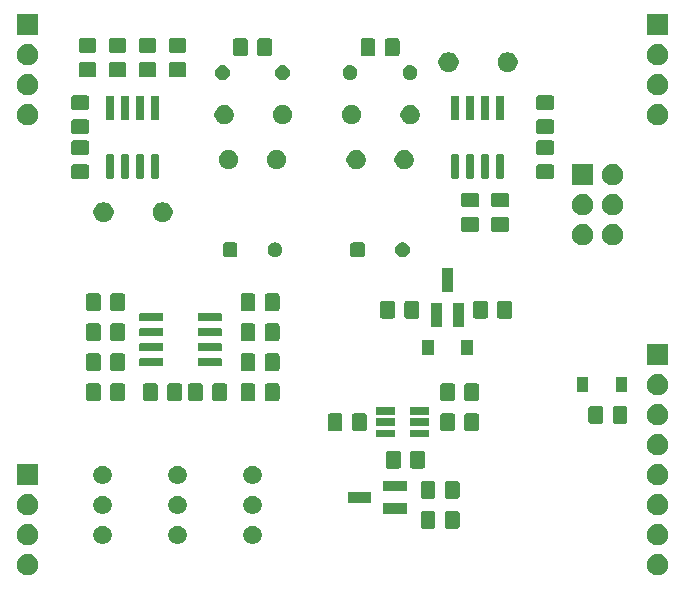
<source format=gbr>
G04 #@! TF.GenerationSoftware,KiCad,Pcbnew,5.1.6-c6e7f7d~87~ubuntu18.04.1*
G04 #@! TF.CreationDate,2020-08-01T20:03:32-04:00*
G04 #@! TF.ProjectId,mutron_III_plug_in_board,6d757472-6f6e-45f4-9949-495f706c7567,rev?*
G04 #@! TF.SameCoordinates,Original*
G04 #@! TF.FileFunction,Soldermask,Top*
G04 #@! TF.FilePolarity,Negative*
%FSLAX46Y46*%
G04 Gerber Fmt 4.6, Leading zero omitted, Abs format (unit mm)*
G04 Created by KiCad (PCBNEW 5.1.6-c6e7f7d~87~ubuntu18.04.1) date 2020-08-01 20:03:32*
%MOMM*%
%LPD*%
G01*
G04 APERTURE LIST*
%ADD10C,0.100000*%
G04 APERTURE END LIST*
D10*
G36*
X157593512Y-98163927D02*
G01*
X157742812Y-98193624D01*
X157906784Y-98261544D01*
X158054354Y-98360147D01*
X158179853Y-98485646D01*
X158278456Y-98633216D01*
X158346376Y-98797188D01*
X158381000Y-98971259D01*
X158381000Y-99148741D01*
X158346376Y-99322812D01*
X158278456Y-99486784D01*
X158179853Y-99634354D01*
X158054354Y-99759853D01*
X157906784Y-99858456D01*
X157742812Y-99926376D01*
X157593512Y-99956073D01*
X157568742Y-99961000D01*
X157391258Y-99961000D01*
X157366488Y-99956073D01*
X157217188Y-99926376D01*
X157053216Y-99858456D01*
X156905646Y-99759853D01*
X156780147Y-99634354D01*
X156681544Y-99486784D01*
X156613624Y-99322812D01*
X156579000Y-99148741D01*
X156579000Y-98971259D01*
X156613624Y-98797188D01*
X156681544Y-98633216D01*
X156780147Y-98485646D01*
X156905646Y-98360147D01*
X157053216Y-98261544D01*
X157217188Y-98193624D01*
X157366488Y-98163927D01*
X157391258Y-98159000D01*
X157568742Y-98159000D01*
X157593512Y-98163927D01*
G37*
G36*
X104253512Y-98163927D02*
G01*
X104402812Y-98193624D01*
X104566784Y-98261544D01*
X104714354Y-98360147D01*
X104839853Y-98485646D01*
X104938456Y-98633216D01*
X105006376Y-98797188D01*
X105041000Y-98971259D01*
X105041000Y-99148741D01*
X105006376Y-99322812D01*
X104938456Y-99486784D01*
X104839853Y-99634354D01*
X104714354Y-99759853D01*
X104566784Y-99858456D01*
X104402812Y-99926376D01*
X104253512Y-99956073D01*
X104228742Y-99961000D01*
X104051258Y-99961000D01*
X104026488Y-99956073D01*
X103877188Y-99926376D01*
X103713216Y-99858456D01*
X103565646Y-99759853D01*
X103440147Y-99634354D01*
X103341544Y-99486784D01*
X103273624Y-99322812D01*
X103239000Y-99148741D01*
X103239000Y-98971259D01*
X103273624Y-98797188D01*
X103341544Y-98633216D01*
X103440147Y-98485646D01*
X103565646Y-98360147D01*
X103713216Y-98261544D01*
X103877188Y-98193624D01*
X104026488Y-98163927D01*
X104051258Y-98159000D01*
X104228742Y-98159000D01*
X104253512Y-98163927D01*
G37*
G36*
X157593512Y-95623927D02*
G01*
X157742812Y-95653624D01*
X157906784Y-95721544D01*
X158054354Y-95820147D01*
X158179853Y-95945646D01*
X158278456Y-96093216D01*
X158346376Y-96257188D01*
X158381000Y-96431259D01*
X158381000Y-96608741D01*
X158346376Y-96782812D01*
X158278456Y-96946784D01*
X158179853Y-97094354D01*
X158054354Y-97219853D01*
X157906784Y-97318456D01*
X157742812Y-97386376D01*
X157593512Y-97416073D01*
X157568742Y-97421000D01*
X157391258Y-97421000D01*
X157366488Y-97416073D01*
X157217188Y-97386376D01*
X157053216Y-97318456D01*
X156905646Y-97219853D01*
X156780147Y-97094354D01*
X156681544Y-96946784D01*
X156613624Y-96782812D01*
X156579000Y-96608741D01*
X156579000Y-96431259D01*
X156613624Y-96257188D01*
X156681544Y-96093216D01*
X156780147Y-95945646D01*
X156905646Y-95820147D01*
X157053216Y-95721544D01*
X157217188Y-95653624D01*
X157366488Y-95623927D01*
X157391258Y-95619000D01*
X157568742Y-95619000D01*
X157593512Y-95623927D01*
G37*
G36*
X104253512Y-95623927D02*
G01*
X104402812Y-95653624D01*
X104566784Y-95721544D01*
X104714354Y-95820147D01*
X104839853Y-95945646D01*
X104938456Y-96093216D01*
X105006376Y-96257188D01*
X105041000Y-96431259D01*
X105041000Y-96608741D01*
X105006376Y-96782812D01*
X104938456Y-96946784D01*
X104839853Y-97094354D01*
X104714354Y-97219853D01*
X104566784Y-97318456D01*
X104402812Y-97386376D01*
X104253512Y-97416073D01*
X104228742Y-97421000D01*
X104051258Y-97421000D01*
X104026488Y-97416073D01*
X103877188Y-97386376D01*
X103713216Y-97318456D01*
X103565646Y-97219853D01*
X103440147Y-97094354D01*
X103341544Y-96946784D01*
X103273624Y-96782812D01*
X103239000Y-96608741D01*
X103239000Y-96431259D01*
X103273624Y-96257188D01*
X103341544Y-96093216D01*
X103440147Y-95945646D01*
X103565646Y-95820147D01*
X103713216Y-95721544D01*
X103877188Y-95653624D01*
X104026488Y-95623927D01*
X104051258Y-95619000D01*
X104228742Y-95619000D01*
X104253512Y-95623927D01*
G37*
G36*
X116965589Y-95758876D02*
G01*
X117064893Y-95778629D01*
X117205206Y-95836748D01*
X117331484Y-95921125D01*
X117438875Y-96028516D01*
X117523252Y-96154794D01*
X117581371Y-96295107D01*
X117611000Y-96444063D01*
X117611000Y-96595937D01*
X117581371Y-96744893D01*
X117523252Y-96885206D01*
X117438875Y-97011484D01*
X117331484Y-97118875D01*
X117205206Y-97203252D01*
X117064893Y-97261371D01*
X116965589Y-97281124D01*
X116915938Y-97291000D01*
X116764062Y-97291000D01*
X116714411Y-97281124D01*
X116615107Y-97261371D01*
X116474794Y-97203252D01*
X116348516Y-97118875D01*
X116241125Y-97011484D01*
X116156748Y-96885206D01*
X116098629Y-96744893D01*
X116069000Y-96595937D01*
X116069000Y-96444063D01*
X116098629Y-96295107D01*
X116156748Y-96154794D01*
X116241125Y-96028516D01*
X116348516Y-95921125D01*
X116474794Y-95836748D01*
X116615107Y-95778629D01*
X116714411Y-95758876D01*
X116764062Y-95749000D01*
X116915938Y-95749000D01*
X116965589Y-95758876D01*
G37*
G36*
X110615589Y-95758876D02*
G01*
X110714893Y-95778629D01*
X110855206Y-95836748D01*
X110981484Y-95921125D01*
X111088875Y-96028516D01*
X111173252Y-96154794D01*
X111231371Y-96295107D01*
X111261000Y-96444063D01*
X111261000Y-96595937D01*
X111231371Y-96744893D01*
X111173252Y-96885206D01*
X111088875Y-97011484D01*
X110981484Y-97118875D01*
X110855206Y-97203252D01*
X110714893Y-97261371D01*
X110615589Y-97281124D01*
X110565938Y-97291000D01*
X110414062Y-97291000D01*
X110364411Y-97281124D01*
X110265107Y-97261371D01*
X110124794Y-97203252D01*
X109998516Y-97118875D01*
X109891125Y-97011484D01*
X109806748Y-96885206D01*
X109748629Y-96744893D01*
X109719000Y-96595937D01*
X109719000Y-96444063D01*
X109748629Y-96295107D01*
X109806748Y-96154794D01*
X109891125Y-96028516D01*
X109998516Y-95921125D01*
X110124794Y-95836748D01*
X110265107Y-95778629D01*
X110364411Y-95758876D01*
X110414062Y-95749000D01*
X110565938Y-95749000D01*
X110615589Y-95758876D01*
G37*
G36*
X123315589Y-95758876D02*
G01*
X123414893Y-95778629D01*
X123555206Y-95836748D01*
X123681484Y-95921125D01*
X123788875Y-96028516D01*
X123873252Y-96154794D01*
X123931371Y-96295107D01*
X123961000Y-96444063D01*
X123961000Y-96595937D01*
X123931371Y-96744893D01*
X123873252Y-96885206D01*
X123788875Y-97011484D01*
X123681484Y-97118875D01*
X123555206Y-97203252D01*
X123414893Y-97261371D01*
X123315589Y-97281124D01*
X123265938Y-97291000D01*
X123114062Y-97291000D01*
X123064411Y-97281124D01*
X122965107Y-97261371D01*
X122824794Y-97203252D01*
X122698516Y-97118875D01*
X122591125Y-97011484D01*
X122506748Y-96885206D01*
X122448629Y-96744893D01*
X122419000Y-96595937D01*
X122419000Y-96444063D01*
X122448629Y-96295107D01*
X122506748Y-96154794D01*
X122591125Y-96028516D01*
X122698516Y-95921125D01*
X122824794Y-95836748D01*
X122965107Y-95778629D01*
X123064411Y-95758876D01*
X123114062Y-95749000D01*
X123265938Y-95749000D01*
X123315589Y-95758876D01*
G37*
G36*
X138503674Y-94503465D02*
G01*
X138541367Y-94514899D01*
X138576103Y-94533466D01*
X138606548Y-94558452D01*
X138631534Y-94588897D01*
X138650101Y-94623633D01*
X138661535Y-94661326D01*
X138666000Y-94706661D01*
X138666000Y-95793339D01*
X138661535Y-95838674D01*
X138650101Y-95876367D01*
X138631534Y-95911103D01*
X138606548Y-95941548D01*
X138576103Y-95966534D01*
X138541367Y-95985101D01*
X138503674Y-95996535D01*
X138458339Y-96001000D01*
X137621661Y-96001000D01*
X137576326Y-95996535D01*
X137538633Y-95985101D01*
X137503897Y-95966534D01*
X137473452Y-95941548D01*
X137448466Y-95911103D01*
X137429899Y-95876367D01*
X137418465Y-95838674D01*
X137414000Y-95793339D01*
X137414000Y-94706661D01*
X137418465Y-94661326D01*
X137429899Y-94623633D01*
X137448466Y-94588897D01*
X137473452Y-94558452D01*
X137503897Y-94533466D01*
X137538633Y-94514899D01*
X137576326Y-94503465D01*
X137621661Y-94499000D01*
X138458339Y-94499000D01*
X138503674Y-94503465D01*
G37*
G36*
X140553674Y-94503465D02*
G01*
X140591367Y-94514899D01*
X140626103Y-94533466D01*
X140656548Y-94558452D01*
X140681534Y-94588897D01*
X140700101Y-94623633D01*
X140711535Y-94661326D01*
X140716000Y-94706661D01*
X140716000Y-95793339D01*
X140711535Y-95838674D01*
X140700101Y-95876367D01*
X140681534Y-95911103D01*
X140656548Y-95941548D01*
X140626103Y-95966534D01*
X140591367Y-95985101D01*
X140553674Y-95996535D01*
X140508339Y-96001000D01*
X139671661Y-96001000D01*
X139626326Y-95996535D01*
X139588633Y-95985101D01*
X139553897Y-95966534D01*
X139523452Y-95941548D01*
X139498466Y-95911103D01*
X139479899Y-95876367D01*
X139468465Y-95838674D01*
X139464000Y-95793339D01*
X139464000Y-94706661D01*
X139468465Y-94661326D01*
X139479899Y-94623633D01*
X139498466Y-94588897D01*
X139523452Y-94558452D01*
X139553897Y-94533466D01*
X139588633Y-94514899D01*
X139626326Y-94503465D01*
X139671661Y-94499000D01*
X140508339Y-94499000D01*
X140553674Y-94503465D01*
G37*
G36*
X104253512Y-93083927D02*
G01*
X104402812Y-93113624D01*
X104566784Y-93181544D01*
X104714354Y-93280147D01*
X104839853Y-93405646D01*
X104938456Y-93553216D01*
X105006376Y-93717188D01*
X105041000Y-93891259D01*
X105041000Y-94068741D01*
X105006376Y-94242812D01*
X104938456Y-94406784D01*
X104839853Y-94554354D01*
X104714354Y-94679853D01*
X104566784Y-94778456D01*
X104402812Y-94846376D01*
X104253512Y-94876073D01*
X104228742Y-94881000D01*
X104051258Y-94881000D01*
X104026488Y-94876073D01*
X103877188Y-94846376D01*
X103713216Y-94778456D01*
X103565646Y-94679853D01*
X103440147Y-94554354D01*
X103341544Y-94406784D01*
X103273624Y-94242812D01*
X103239000Y-94068741D01*
X103239000Y-93891259D01*
X103273624Y-93717188D01*
X103341544Y-93553216D01*
X103440147Y-93405646D01*
X103565646Y-93280147D01*
X103713216Y-93181544D01*
X103877188Y-93113624D01*
X104026488Y-93083927D01*
X104051258Y-93079000D01*
X104228742Y-93079000D01*
X104253512Y-93083927D01*
G37*
G36*
X157593512Y-93083927D02*
G01*
X157742812Y-93113624D01*
X157906784Y-93181544D01*
X158054354Y-93280147D01*
X158179853Y-93405646D01*
X158278456Y-93553216D01*
X158346376Y-93717188D01*
X158381000Y-93891259D01*
X158381000Y-94068741D01*
X158346376Y-94242812D01*
X158278456Y-94406784D01*
X158179853Y-94554354D01*
X158054354Y-94679853D01*
X157906784Y-94778456D01*
X157742812Y-94846376D01*
X157593512Y-94876073D01*
X157568742Y-94881000D01*
X157391258Y-94881000D01*
X157366488Y-94876073D01*
X157217188Y-94846376D01*
X157053216Y-94778456D01*
X156905646Y-94679853D01*
X156780147Y-94554354D01*
X156681544Y-94406784D01*
X156613624Y-94242812D01*
X156579000Y-94068741D01*
X156579000Y-93891259D01*
X156613624Y-93717188D01*
X156681544Y-93553216D01*
X156780147Y-93405646D01*
X156905646Y-93280147D01*
X157053216Y-93181544D01*
X157217188Y-93113624D01*
X157366488Y-93083927D01*
X157391258Y-93079000D01*
X157568742Y-93079000D01*
X157593512Y-93083927D01*
G37*
G36*
X116965589Y-93218876D02*
G01*
X117064893Y-93238629D01*
X117205206Y-93296748D01*
X117331484Y-93381125D01*
X117438875Y-93488516D01*
X117523252Y-93614794D01*
X117581371Y-93755107D01*
X117611000Y-93904063D01*
X117611000Y-94055937D01*
X117581371Y-94204893D01*
X117523252Y-94345206D01*
X117438875Y-94471484D01*
X117331484Y-94578875D01*
X117205206Y-94663252D01*
X117064893Y-94721371D01*
X116965589Y-94741124D01*
X116915938Y-94751000D01*
X116764062Y-94751000D01*
X116714411Y-94741124D01*
X116615107Y-94721371D01*
X116474794Y-94663252D01*
X116348516Y-94578875D01*
X116241125Y-94471484D01*
X116156748Y-94345206D01*
X116098629Y-94204893D01*
X116069000Y-94055937D01*
X116069000Y-93904063D01*
X116098629Y-93755107D01*
X116156748Y-93614794D01*
X116241125Y-93488516D01*
X116348516Y-93381125D01*
X116474794Y-93296748D01*
X116615107Y-93238629D01*
X116714411Y-93218876D01*
X116764062Y-93209000D01*
X116915938Y-93209000D01*
X116965589Y-93218876D01*
G37*
G36*
X123315589Y-93218876D02*
G01*
X123414893Y-93238629D01*
X123555206Y-93296748D01*
X123681484Y-93381125D01*
X123788875Y-93488516D01*
X123873252Y-93614794D01*
X123931371Y-93755107D01*
X123961000Y-93904063D01*
X123961000Y-94055937D01*
X123931371Y-94204893D01*
X123873252Y-94345206D01*
X123788875Y-94471484D01*
X123681484Y-94578875D01*
X123555206Y-94663252D01*
X123414893Y-94721371D01*
X123315589Y-94741124D01*
X123265938Y-94751000D01*
X123114062Y-94751000D01*
X123064411Y-94741124D01*
X122965107Y-94721371D01*
X122824794Y-94663252D01*
X122698516Y-94578875D01*
X122591125Y-94471484D01*
X122506748Y-94345206D01*
X122448629Y-94204893D01*
X122419000Y-94055937D01*
X122419000Y-93904063D01*
X122448629Y-93755107D01*
X122506748Y-93614794D01*
X122591125Y-93488516D01*
X122698516Y-93381125D01*
X122824794Y-93296748D01*
X122965107Y-93238629D01*
X123064411Y-93218876D01*
X123114062Y-93209000D01*
X123265938Y-93209000D01*
X123315589Y-93218876D01*
G37*
G36*
X110615589Y-93218876D02*
G01*
X110714893Y-93238629D01*
X110855206Y-93296748D01*
X110981484Y-93381125D01*
X111088875Y-93488516D01*
X111173252Y-93614794D01*
X111231371Y-93755107D01*
X111261000Y-93904063D01*
X111261000Y-94055937D01*
X111231371Y-94204893D01*
X111173252Y-94345206D01*
X111088875Y-94471484D01*
X110981484Y-94578875D01*
X110855206Y-94663252D01*
X110714893Y-94721371D01*
X110615589Y-94741124D01*
X110565938Y-94751000D01*
X110414062Y-94751000D01*
X110364411Y-94741124D01*
X110265107Y-94721371D01*
X110124794Y-94663252D01*
X109998516Y-94578875D01*
X109891125Y-94471484D01*
X109806748Y-94345206D01*
X109748629Y-94204893D01*
X109719000Y-94055937D01*
X109719000Y-93904063D01*
X109748629Y-93755107D01*
X109806748Y-93614794D01*
X109891125Y-93488516D01*
X109998516Y-93381125D01*
X110124794Y-93296748D01*
X110265107Y-93238629D01*
X110364411Y-93218876D01*
X110414062Y-93209000D01*
X110565938Y-93209000D01*
X110615589Y-93218876D01*
G37*
G36*
X136256000Y-94746000D02*
G01*
X134254000Y-94746000D01*
X134254000Y-93844000D01*
X136256000Y-93844000D01*
X136256000Y-94746000D01*
G37*
G36*
X133256000Y-93796000D02*
G01*
X131254000Y-93796000D01*
X131254000Y-92894000D01*
X133256000Y-92894000D01*
X133256000Y-93796000D01*
G37*
G36*
X138503674Y-91963465D02*
G01*
X138541367Y-91974899D01*
X138576103Y-91993466D01*
X138606548Y-92018452D01*
X138631534Y-92048897D01*
X138650101Y-92083633D01*
X138661535Y-92121326D01*
X138666000Y-92166661D01*
X138666000Y-93253339D01*
X138661535Y-93298674D01*
X138650101Y-93336367D01*
X138631534Y-93371103D01*
X138606548Y-93401548D01*
X138576103Y-93426534D01*
X138541367Y-93445101D01*
X138503674Y-93456535D01*
X138458339Y-93461000D01*
X137621661Y-93461000D01*
X137576326Y-93456535D01*
X137538633Y-93445101D01*
X137503897Y-93426534D01*
X137473452Y-93401548D01*
X137448466Y-93371103D01*
X137429899Y-93336367D01*
X137418465Y-93298674D01*
X137414000Y-93253339D01*
X137414000Y-92166661D01*
X137418465Y-92121326D01*
X137429899Y-92083633D01*
X137448466Y-92048897D01*
X137473452Y-92018452D01*
X137503897Y-91993466D01*
X137538633Y-91974899D01*
X137576326Y-91963465D01*
X137621661Y-91959000D01*
X138458339Y-91959000D01*
X138503674Y-91963465D01*
G37*
G36*
X140553674Y-91963465D02*
G01*
X140591367Y-91974899D01*
X140626103Y-91993466D01*
X140656548Y-92018452D01*
X140681534Y-92048897D01*
X140700101Y-92083633D01*
X140711535Y-92121326D01*
X140716000Y-92166661D01*
X140716000Y-93253339D01*
X140711535Y-93298674D01*
X140700101Y-93336367D01*
X140681534Y-93371103D01*
X140656548Y-93401548D01*
X140626103Y-93426534D01*
X140591367Y-93445101D01*
X140553674Y-93456535D01*
X140508339Y-93461000D01*
X139671661Y-93461000D01*
X139626326Y-93456535D01*
X139588633Y-93445101D01*
X139553897Y-93426534D01*
X139523452Y-93401548D01*
X139498466Y-93371103D01*
X139479899Y-93336367D01*
X139468465Y-93298674D01*
X139464000Y-93253339D01*
X139464000Y-92166661D01*
X139468465Y-92121326D01*
X139479899Y-92083633D01*
X139498466Y-92048897D01*
X139523452Y-92018452D01*
X139553897Y-91993466D01*
X139588633Y-91974899D01*
X139626326Y-91963465D01*
X139671661Y-91959000D01*
X140508339Y-91959000D01*
X140553674Y-91963465D01*
G37*
G36*
X136256000Y-92846000D02*
G01*
X134254000Y-92846000D01*
X134254000Y-91944000D01*
X136256000Y-91944000D01*
X136256000Y-92846000D01*
G37*
G36*
X157593512Y-90543927D02*
G01*
X157742812Y-90573624D01*
X157906784Y-90641544D01*
X158054354Y-90740147D01*
X158179853Y-90865646D01*
X158278456Y-91013216D01*
X158346376Y-91177188D01*
X158381000Y-91351259D01*
X158381000Y-91528741D01*
X158346376Y-91702812D01*
X158278456Y-91866784D01*
X158179853Y-92014354D01*
X158054354Y-92139853D01*
X157906784Y-92238456D01*
X157742812Y-92306376D01*
X157593512Y-92336073D01*
X157568742Y-92341000D01*
X157391258Y-92341000D01*
X157366488Y-92336073D01*
X157217188Y-92306376D01*
X157053216Y-92238456D01*
X156905646Y-92139853D01*
X156780147Y-92014354D01*
X156681544Y-91866784D01*
X156613624Y-91702812D01*
X156579000Y-91528741D01*
X156579000Y-91351259D01*
X156613624Y-91177188D01*
X156681544Y-91013216D01*
X156780147Y-90865646D01*
X156905646Y-90740147D01*
X157053216Y-90641544D01*
X157217188Y-90573624D01*
X157366488Y-90543927D01*
X157391258Y-90539000D01*
X157568742Y-90539000D01*
X157593512Y-90543927D01*
G37*
G36*
X105041000Y-92341000D02*
G01*
X103239000Y-92341000D01*
X103239000Y-90539000D01*
X105041000Y-90539000D01*
X105041000Y-92341000D01*
G37*
G36*
X116965589Y-90678876D02*
G01*
X117064893Y-90698629D01*
X117205206Y-90756748D01*
X117331484Y-90841125D01*
X117438875Y-90948516D01*
X117523252Y-91074794D01*
X117581371Y-91215107D01*
X117611000Y-91364063D01*
X117611000Y-91515937D01*
X117581371Y-91664893D01*
X117523252Y-91805206D01*
X117438875Y-91931484D01*
X117331484Y-92038875D01*
X117205206Y-92123252D01*
X117064893Y-92181371D01*
X116965589Y-92201124D01*
X116915938Y-92211000D01*
X116764062Y-92211000D01*
X116714411Y-92201124D01*
X116615107Y-92181371D01*
X116474794Y-92123252D01*
X116348516Y-92038875D01*
X116241125Y-91931484D01*
X116156748Y-91805206D01*
X116098629Y-91664893D01*
X116069000Y-91515937D01*
X116069000Y-91364063D01*
X116098629Y-91215107D01*
X116156748Y-91074794D01*
X116241125Y-90948516D01*
X116348516Y-90841125D01*
X116474794Y-90756748D01*
X116615107Y-90698629D01*
X116714411Y-90678876D01*
X116764062Y-90669000D01*
X116915938Y-90669000D01*
X116965589Y-90678876D01*
G37*
G36*
X110615589Y-90678876D02*
G01*
X110714893Y-90698629D01*
X110855206Y-90756748D01*
X110981484Y-90841125D01*
X111088875Y-90948516D01*
X111173252Y-91074794D01*
X111231371Y-91215107D01*
X111261000Y-91364063D01*
X111261000Y-91515937D01*
X111231371Y-91664893D01*
X111173252Y-91805206D01*
X111088875Y-91931484D01*
X110981484Y-92038875D01*
X110855206Y-92123252D01*
X110714893Y-92181371D01*
X110615589Y-92201124D01*
X110565938Y-92211000D01*
X110414062Y-92211000D01*
X110364411Y-92201124D01*
X110265107Y-92181371D01*
X110124794Y-92123252D01*
X109998516Y-92038875D01*
X109891125Y-91931484D01*
X109806748Y-91805206D01*
X109748629Y-91664893D01*
X109719000Y-91515937D01*
X109719000Y-91364063D01*
X109748629Y-91215107D01*
X109806748Y-91074794D01*
X109891125Y-90948516D01*
X109998516Y-90841125D01*
X110124794Y-90756748D01*
X110265107Y-90698629D01*
X110364411Y-90678876D01*
X110414062Y-90669000D01*
X110565938Y-90669000D01*
X110615589Y-90678876D01*
G37*
G36*
X123315589Y-90678876D02*
G01*
X123414893Y-90698629D01*
X123555206Y-90756748D01*
X123681484Y-90841125D01*
X123788875Y-90948516D01*
X123873252Y-91074794D01*
X123931371Y-91215107D01*
X123961000Y-91364063D01*
X123961000Y-91515937D01*
X123931371Y-91664893D01*
X123873252Y-91805206D01*
X123788875Y-91931484D01*
X123681484Y-92038875D01*
X123555206Y-92123252D01*
X123414893Y-92181371D01*
X123315589Y-92201124D01*
X123265938Y-92211000D01*
X123114062Y-92211000D01*
X123064411Y-92201124D01*
X122965107Y-92181371D01*
X122824794Y-92123252D01*
X122698516Y-92038875D01*
X122591125Y-91931484D01*
X122506748Y-91805206D01*
X122448629Y-91664893D01*
X122419000Y-91515937D01*
X122419000Y-91364063D01*
X122448629Y-91215107D01*
X122506748Y-91074794D01*
X122591125Y-90948516D01*
X122698516Y-90841125D01*
X122824794Y-90756748D01*
X122965107Y-90698629D01*
X123064411Y-90678876D01*
X123114062Y-90669000D01*
X123265938Y-90669000D01*
X123315589Y-90678876D01*
G37*
G36*
X135573674Y-89423465D02*
G01*
X135611367Y-89434899D01*
X135646103Y-89453466D01*
X135676548Y-89478452D01*
X135701534Y-89508897D01*
X135720101Y-89543633D01*
X135731535Y-89581326D01*
X135736000Y-89626661D01*
X135736000Y-90713339D01*
X135731535Y-90758674D01*
X135720101Y-90796367D01*
X135701534Y-90831103D01*
X135676548Y-90861548D01*
X135646103Y-90886534D01*
X135611367Y-90905101D01*
X135573674Y-90916535D01*
X135528339Y-90921000D01*
X134691661Y-90921000D01*
X134646326Y-90916535D01*
X134608633Y-90905101D01*
X134573897Y-90886534D01*
X134543452Y-90861548D01*
X134518466Y-90831103D01*
X134499899Y-90796367D01*
X134488465Y-90758674D01*
X134484000Y-90713339D01*
X134484000Y-89626661D01*
X134488465Y-89581326D01*
X134499899Y-89543633D01*
X134518466Y-89508897D01*
X134543452Y-89478452D01*
X134573897Y-89453466D01*
X134608633Y-89434899D01*
X134646326Y-89423465D01*
X134691661Y-89419000D01*
X135528339Y-89419000D01*
X135573674Y-89423465D01*
G37*
G36*
X137623674Y-89423465D02*
G01*
X137661367Y-89434899D01*
X137696103Y-89453466D01*
X137726548Y-89478452D01*
X137751534Y-89508897D01*
X137770101Y-89543633D01*
X137781535Y-89581326D01*
X137786000Y-89626661D01*
X137786000Y-90713339D01*
X137781535Y-90758674D01*
X137770101Y-90796367D01*
X137751534Y-90831103D01*
X137726548Y-90861548D01*
X137696103Y-90886534D01*
X137661367Y-90905101D01*
X137623674Y-90916535D01*
X137578339Y-90921000D01*
X136741661Y-90921000D01*
X136696326Y-90916535D01*
X136658633Y-90905101D01*
X136623897Y-90886534D01*
X136593452Y-90861548D01*
X136568466Y-90831103D01*
X136549899Y-90796367D01*
X136538465Y-90758674D01*
X136534000Y-90713339D01*
X136534000Y-89626661D01*
X136538465Y-89581326D01*
X136549899Y-89543633D01*
X136568466Y-89508897D01*
X136593452Y-89478452D01*
X136623897Y-89453466D01*
X136658633Y-89434899D01*
X136696326Y-89423465D01*
X136741661Y-89419000D01*
X137578339Y-89419000D01*
X137623674Y-89423465D01*
G37*
G36*
X157593512Y-88003927D02*
G01*
X157742812Y-88033624D01*
X157906784Y-88101544D01*
X158054354Y-88200147D01*
X158179853Y-88325646D01*
X158278456Y-88473216D01*
X158346376Y-88637188D01*
X158381000Y-88811259D01*
X158381000Y-88988741D01*
X158346376Y-89162812D01*
X158278456Y-89326784D01*
X158179853Y-89474354D01*
X158054354Y-89599853D01*
X157906784Y-89698456D01*
X157742812Y-89766376D01*
X157593512Y-89796073D01*
X157568742Y-89801000D01*
X157391258Y-89801000D01*
X157366488Y-89796073D01*
X157217188Y-89766376D01*
X157053216Y-89698456D01*
X156905646Y-89599853D01*
X156780147Y-89474354D01*
X156681544Y-89326784D01*
X156613624Y-89162812D01*
X156579000Y-88988741D01*
X156579000Y-88811259D01*
X156613624Y-88637188D01*
X156681544Y-88473216D01*
X156780147Y-88325646D01*
X156905646Y-88200147D01*
X157053216Y-88101544D01*
X157217188Y-88033624D01*
X157366488Y-88003927D01*
X157391258Y-87999000D01*
X157568742Y-87999000D01*
X157593512Y-88003927D01*
G37*
G36*
X135241000Y-88271000D02*
G01*
X133639000Y-88271000D01*
X133639000Y-87619000D01*
X135241000Y-87619000D01*
X135241000Y-88271000D01*
G37*
G36*
X138141000Y-88271000D02*
G01*
X136539000Y-88271000D01*
X136539000Y-87619000D01*
X138141000Y-87619000D01*
X138141000Y-88271000D01*
G37*
G36*
X132688674Y-86248465D02*
G01*
X132726367Y-86259899D01*
X132761103Y-86278466D01*
X132791548Y-86303452D01*
X132816534Y-86333897D01*
X132835101Y-86368633D01*
X132846535Y-86406326D01*
X132851000Y-86451661D01*
X132851000Y-87538339D01*
X132846535Y-87583674D01*
X132835101Y-87621367D01*
X132816534Y-87656103D01*
X132791548Y-87686548D01*
X132761103Y-87711534D01*
X132726367Y-87730101D01*
X132688674Y-87741535D01*
X132643339Y-87746000D01*
X131806661Y-87746000D01*
X131761326Y-87741535D01*
X131723633Y-87730101D01*
X131688897Y-87711534D01*
X131658452Y-87686548D01*
X131633466Y-87656103D01*
X131614899Y-87621367D01*
X131603465Y-87583674D01*
X131599000Y-87538339D01*
X131599000Y-86451661D01*
X131603465Y-86406326D01*
X131614899Y-86368633D01*
X131633466Y-86333897D01*
X131658452Y-86303452D01*
X131688897Y-86278466D01*
X131723633Y-86259899D01*
X131761326Y-86248465D01*
X131806661Y-86244000D01*
X132643339Y-86244000D01*
X132688674Y-86248465D01*
G37*
G36*
X142213674Y-86248465D02*
G01*
X142251367Y-86259899D01*
X142286103Y-86278466D01*
X142316548Y-86303452D01*
X142341534Y-86333897D01*
X142360101Y-86368633D01*
X142371535Y-86406326D01*
X142376000Y-86451661D01*
X142376000Y-87538339D01*
X142371535Y-87583674D01*
X142360101Y-87621367D01*
X142341534Y-87656103D01*
X142316548Y-87686548D01*
X142286103Y-87711534D01*
X142251367Y-87730101D01*
X142213674Y-87741535D01*
X142168339Y-87746000D01*
X141331661Y-87746000D01*
X141286326Y-87741535D01*
X141248633Y-87730101D01*
X141213897Y-87711534D01*
X141183452Y-87686548D01*
X141158466Y-87656103D01*
X141139899Y-87621367D01*
X141128465Y-87583674D01*
X141124000Y-87538339D01*
X141124000Y-86451661D01*
X141128465Y-86406326D01*
X141139899Y-86368633D01*
X141158466Y-86333897D01*
X141183452Y-86303452D01*
X141213897Y-86278466D01*
X141248633Y-86259899D01*
X141286326Y-86248465D01*
X141331661Y-86244000D01*
X142168339Y-86244000D01*
X142213674Y-86248465D01*
G37*
G36*
X130638674Y-86248465D02*
G01*
X130676367Y-86259899D01*
X130711103Y-86278466D01*
X130741548Y-86303452D01*
X130766534Y-86333897D01*
X130785101Y-86368633D01*
X130796535Y-86406326D01*
X130801000Y-86451661D01*
X130801000Y-87538339D01*
X130796535Y-87583674D01*
X130785101Y-87621367D01*
X130766534Y-87656103D01*
X130741548Y-87686548D01*
X130711103Y-87711534D01*
X130676367Y-87730101D01*
X130638674Y-87741535D01*
X130593339Y-87746000D01*
X129756661Y-87746000D01*
X129711326Y-87741535D01*
X129673633Y-87730101D01*
X129638897Y-87711534D01*
X129608452Y-87686548D01*
X129583466Y-87656103D01*
X129564899Y-87621367D01*
X129553465Y-87583674D01*
X129549000Y-87538339D01*
X129549000Y-86451661D01*
X129553465Y-86406326D01*
X129564899Y-86368633D01*
X129583466Y-86333897D01*
X129608452Y-86303452D01*
X129638897Y-86278466D01*
X129673633Y-86259899D01*
X129711326Y-86248465D01*
X129756661Y-86244000D01*
X130593339Y-86244000D01*
X130638674Y-86248465D01*
G37*
G36*
X140163674Y-86248465D02*
G01*
X140201367Y-86259899D01*
X140236103Y-86278466D01*
X140266548Y-86303452D01*
X140291534Y-86333897D01*
X140310101Y-86368633D01*
X140321535Y-86406326D01*
X140326000Y-86451661D01*
X140326000Y-87538339D01*
X140321535Y-87583674D01*
X140310101Y-87621367D01*
X140291534Y-87656103D01*
X140266548Y-87686548D01*
X140236103Y-87711534D01*
X140201367Y-87730101D01*
X140163674Y-87741535D01*
X140118339Y-87746000D01*
X139281661Y-87746000D01*
X139236326Y-87741535D01*
X139198633Y-87730101D01*
X139163897Y-87711534D01*
X139133452Y-87686548D01*
X139108466Y-87656103D01*
X139089899Y-87621367D01*
X139078465Y-87583674D01*
X139074000Y-87538339D01*
X139074000Y-86451661D01*
X139078465Y-86406326D01*
X139089899Y-86368633D01*
X139108466Y-86333897D01*
X139133452Y-86303452D01*
X139163897Y-86278466D01*
X139198633Y-86259899D01*
X139236326Y-86248465D01*
X139281661Y-86244000D01*
X140118339Y-86244000D01*
X140163674Y-86248465D01*
G37*
G36*
X135241000Y-87321000D02*
G01*
X133639000Y-87321000D01*
X133639000Y-86669000D01*
X135241000Y-86669000D01*
X135241000Y-87321000D01*
G37*
G36*
X138141000Y-87321000D02*
G01*
X136539000Y-87321000D01*
X136539000Y-86669000D01*
X138141000Y-86669000D01*
X138141000Y-87321000D01*
G37*
G36*
X157593512Y-85463927D02*
G01*
X157742812Y-85493624D01*
X157906784Y-85561544D01*
X158054354Y-85660147D01*
X158179853Y-85785646D01*
X158278456Y-85933216D01*
X158346376Y-86097188D01*
X158375578Y-86244000D01*
X158378741Y-86259899D01*
X158381000Y-86271259D01*
X158381000Y-86448741D01*
X158346376Y-86622812D01*
X158278456Y-86786784D01*
X158179853Y-86934354D01*
X158054354Y-87059853D01*
X157906784Y-87158456D01*
X157742812Y-87226376D01*
X157593512Y-87256073D01*
X157568742Y-87261000D01*
X157391258Y-87261000D01*
X157366488Y-87256073D01*
X157217188Y-87226376D01*
X157053216Y-87158456D01*
X156905646Y-87059853D01*
X156780147Y-86934354D01*
X156681544Y-86786784D01*
X156613624Y-86622812D01*
X156579000Y-86448741D01*
X156579000Y-86271259D01*
X156581260Y-86259899D01*
X156584422Y-86244000D01*
X156613624Y-86097188D01*
X156681544Y-85933216D01*
X156780147Y-85785646D01*
X156905646Y-85660147D01*
X157053216Y-85561544D01*
X157217188Y-85493624D01*
X157366488Y-85463927D01*
X157391258Y-85459000D01*
X157568742Y-85459000D01*
X157593512Y-85463927D01*
G37*
G36*
X154768674Y-85613465D02*
G01*
X154806367Y-85624899D01*
X154841103Y-85643466D01*
X154871548Y-85668452D01*
X154896534Y-85698897D01*
X154915101Y-85733633D01*
X154926535Y-85771326D01*
X154931000Y-85816661D01*
X154931000Y-86903339D01*
X154926535Y-86948674D01*
X154915101Y-86986367D01*
X154896534Y-87021103D01*
X154871548Y-87051548D01*
X154841103Y-87076534D01*
X154806367Y-87095101D01*
X154768674Y-87106535D01*
X154723339Y-87111000D01*
X153886661Y-87111000D01*
X153841326Y-87106535D01*
X153803633Y-87095101D01*
X153768897Y-87076534D01*
X153738452Y-87051548D01*
X153713466Y-87021103D01*
X153694899Y-86986367D01*
X153683465Y-86948674D01*
X153679000Y-86903339D01*
X153679000Y-85816661D01*
X153683465Y-85771326D01*
X153694899Y-85733633D01*
X153713466Y-85698897D01*
X153738452Y-85668452D01*
X153768897Y-85643466D01*
X153803633Y-85624899D01*
X153841326Y-85613465D01*
X153886661Y-85609000D01*
X154723339Y-85609000D01*
X154768674Y-85613465D01*
G37*
G36*
X152718674Y-85613465D02*
G01*
X152756367Y-85624899D01*
X152791103Y-85643466D01*
X152821548Y-85668452D01*
X152846534Y-85698897D01*
X152865101Y-85733633D01*
X152876535Y-85771326D01*
X152881000Y-85816661D01*
X152881000Y-86903339D01*
X152876535Y-86948674D01*
X152865101Y-86986367D01*
X152846534Y-87021103D01*
X152821548Y-87051548D01*
X152791103Y-87076534D01*
X152756367Y-87095101D01*
X152718674Y-87106535D01*
X152673339Y-87111000D01*
X151836661Y-87111000D01*
X151791326Y-87106535D01*
X151753633Y-87095101D01*
X151718897Y-87076534D01*
X151688452Y-87051548D01*
X151663466Y-87021103D01*
X151644899Y-86986367D01*
X151633465Y-86948674D01*
X151629000Y-86903339D01*
X151629000Y-85816661D01*
X151633465Y-85771326D01*
X151644899Y-85733633D01*
X151663466Y-85698897D01*
X151688452Y-85668452D01*
X151718897Y-85643466D01*
X151753633Y-85624899D01*
X151791326Y-85613465D01*
X151836661Y-85609000D01*
X152673339Y-85609000D01*
X152718674Y-85613465D01*
G37*
G36*
X138141000Y-86371000D02*
G01*
X136539000Y-86371000D01*
X136539000Y-85719000D01*
X138141000Y-85719000D01*
X138141000Y-86371000D01*
G37*
G36*
X135241000Y-86371000D02*
G01*
X133639000Y-86371000D01*
X133639000Y-85719000D01*
X135241000Y-85719000D01*
X135241000Y-86371000D01*
G37*
G36*
X142213674Y-83708465D02*
G01*
X142251367Y-83719899D01*
X142286103Y-83738466D01*
X142316548Y-83763452D01*
X142341534Y-83793897D01*
X142360101Y-83828633D01*
X142371535Y-83866326D01*
X142376000Y-83911661D01*
X142376000Y-84998339D01*
X142371535Y-85043674D01*
X142360101Y-85081367D01*
X142341534Y-85116103D01*
X142316548Y-85146548D01*
X142286103Y-85171534D01*
X142251367Y-85190101D01*
X142213674Y-85201535D01*
X142168339Y-85206000D01*
X141331661Y-85206000D01*
X141286326Y-85201535D01*
X141248633Y-85190101D01*
X141213897Y-85171534D01*
X141183452Y-85146548D01*
X141158466Y-85116103D01*
X141139899Y-85081367D01*
X141128465Y-85043674D01*
X141124000Y-84998339D01*
X141124000Y-83911661D01*
X141128465Y-83866326D01*
X141139899Y-83828633D01*
X141158466Y-83793897D01*
X141183452Y-83763452D01*
X141213897Y-83738466D01*
X141248633Y-83719899D01*
X141286326Y-83708465D01*
X141331661Y-83704000D01*
X142168339Y-83704000D01*
X142213674Y-83708465D01*
G37*
G36*
X118818674Y-83708465D02*
G01*
X118856367Y-83719899D01*
X118891103Y-83738466D01*
X118921548Y-83763452D01*
X118946534Y-83793897D01*
X118965101Y-83828633D01*
X118976535Y-83866326D01*
X118981000Y-83911661D01*
X118981000Y-84998339D01*
X118976535Y-85043674D01*
X118965101Y-85081367D01*
X118946534Y-85116103D01*
X118921548Y-85146548D01*
X118891103Y-85171534D01*
X118856367Y-85190101D01*
X118818674Y-85201535D01*
X118773339Y-85206000D01*
X117936661Y-85206000D01*
X117891326Y-85201535D01*
X117853633Y-85190101D01*
X117818897Y-85171534D01*
X117788452Y-85146548D01*
X117763466Y-85116103D01*
X117744899Y-85081367D01*
X117733465Y-85043674D01*
X117729000Y-84998339D01*
X117729000Y-83911661D01*
X117733465Y-83866326D01*
X117744899Y-83828633D01*
X117763466Y-83793897D01*
X117788452Y-83763452D01*
X117818897Y-83738466D01*
X117853633Y-83719899D01*
X117891326Y-83708465D01*
X117936661Y-83704000D01*
X118773339Y-83704000D01*
X118818674Y-83708465D01*
G37*
G36*
X120868674Y-83708465D02*
G01*
X120906367Y-83719899D01*
X120941103Y-83738466D01*
X120971548Y-83763452D01*
X120996534Y-83793897D01*
X121015101Y-83828633D01*
X121026535Y-83866326D01*
X121031000Y-83911661D01*
X121031000Y-84998339D01*
X121026535Y-85043674D01*
X121015101Y-85081367D01*
X120996534Y-85116103D01*
X120971548Y-85146548D01*
X120941103Y-85171534D01*
X120906367Y-85190101D01*
X120868674Y-85201535D01*
X120823339Y-85206000D01*
X119986661Y-85206000D01*
X119941326Y-85201535D01*
X119903633Y-85190101D01*
X119868897Y-85171534D01*
X119838452Y-85146548D01*
X119813466Y-85116103D01*
X119794899Y-85081367D01*
X119783465Y-85043674D01*
X119779000Y-84998339D01*
X119779000Y-83911661D01*
X119783465Y-83866326D01*
X119794899Y-83828633D01*
X119813466Y-83793897D01*
X119838452Y-83763452D01*
X119868897Y-83738466D01*
X119903633Y-83719899D01*
X119941326Y-83708465D01*
X119986661Y-83704000D01*
X120823339Y-83704000D01*
X120868674Y-83708465D01*
G37*
G36*
X115008674Y-83708465D02*
G01*
X115046367Y-83719899D01*
X115081103Y-83738466D01*
X115111548Y-83763452D01*
X115136534Y-83793897D01*
X115155101Y-83828633D01*
X115166535Y-83866326D01*
X115171000Y-83911661D01*
X115171000Y-84998339D01*
X115166535Y-85043674D01*
X115155101Y-85081367D01*
X115136534Y-85116103D01*
X115111548Y-85146548D01*
X115081103Y-85171534D01*
X115046367Y-85190101D01*
X115008674Y-85201535D01*
X114963339Y-85206000D01*
X114126661Y-85206000D01*
X114081326Y-85201535D01*
X114043633Y-85190101D01*
X114008897Y-85171534D01*
X113978452Y-85146548D01*
X113953466Y-85116103D01*
X113934899Y-85081367D01*
X113923465Y-85043674D01*
X113919000Y-84998339D01*
X113919000Y-83911661D01*
X113923465Y-83866326D01*
X113934899Y-83828633D01*
X113953466Y-83793897D01*
X113978452Y-83763452D01*
X114008897Y-83738466D01*
X114043633Y-83719899D01*
X114081326Y-83708465D01*
X114126661Y-83704000D01*
X114963339Y-83704000D01*
X115008674Y-83708465D01*
G37*
G36*
X117058674Y-83708465D02*
G01*
X117096367Y-83719899D01*
X117131103Y-83738466D01*
X117161548Y-83763452D01*
X117186534Y-83793897D01*
X117205101Y-83828633D01*
X117216535Y-83866326D01*
X117221000Y-83911661D01*
X117221000Y-84998339D01*
X117216535Y-85043674D01*
X117205101Y-85081367D01*
X117186534Y-85116103D01*
X117161548Y-85146548D01*
X117131103Y-85171534D01*
X117096367Y-85190101D01*
X117058674Y-85201535D01*
X117013339Y-85206000D01*
X116176661Y-85206000D01*
X116131326Y-85201535D01*
X116093633Y-85190101D01*
X116058897Y-85171534D01*
X116028452Y-85146548D01*
X116003466Y-85116103D01*
X115984899Y-85081367D01*
X115973465Y-85043674D01*
X115969000Y-84998339D01*
X115969000Y-83911661D01*
X115973465Y-83866326D01*
X115984899Y-83828633D01*
X116003466Y-83793897D01*
X116028452Y-83763452D01*
X116058897Y-83738466D01*
X116093633Y-83719899D01*
X116131326Y-83708465D01*
X116176661Y-83704000D01*
X117013339Y-83704000D01*
X117058674Y-83708465D01*
G37*
G36*
X123263674Y-83708465D02*
G01*
X123301367Y-83719899D01*
X123336103Y-83738466D01*
X123366548Y-83763452D01*
X123391534Y-83793897D01*
X123410101Y-83828633D01*
X123421535Y-83866326D01*
X123426000Y-83911661D01*
X123426000Y-84998339D01*
X123421535Y-85043674D01*
X123410101Y-85081367D01*
X123391534Y-85116103D01*
X123366548Y-85146548D01*
X123336103Y-85171534D01*
X123301367Y-85190101D01*
X123263674Y-85201535D01*
X123218339Y-85206000D01*
X122381661Y-85206000D01*
X122336326Y-85201535D01*
X122298633Y-85190101D01*
X122263897Y-85171534D01*
X122233452Y-85146548D01*
X122208466Y-85116103D01*
X122189899Y-85081367D01*
X122178465Y-85043674D01*
X122174000Y-84998339D01*
X122174000Y-83911661D01*
X122178465Y-83866326D01*
X122189899Y-83828633D01*
X122208466Y-83793897D01*
X122233452Y-83763452D01*
X122263897Y-83738466D01*
X122298633Y-83719899D01*
X122336326Y-83708465D01*
X122381661Y-83704000D01*
X123218339Y-83704000D01*
X123263674Y-83708465D01*
G37*
G36*
X125313674Y-83708465D02*
G01*
X125351367Y-83719899D01*
X125386103Y-83738466D01*
X125416548Y-83763452D01*
X125441534Y-83793897D01*
X125460101Y-83828633D01*
X125471535Y-83866326D01*
X125476000Y-83911661D01*
X125476000Y-84998339D01*
X125471535Y-85043674D01*
X125460101Y-85081367D01*
X125441534Y-85116103D01*
X125416548Y-85146548D01*
X125386103Y-85171534D01*
X125351367Y-85190101D01*
X125313674Y-85201535D01*
X125268339Y-85206000D01*
X124431661Y-85206000D01*
X124386326Y-85201535D01*
X124348633Y-85190101D01*
X124313897Y-85171534D01*
X124283452Y-85146548D01*
X124258466Y-85116103D01*
X124239899Y-85081367D01*
X124228465Y-85043674D01*
X124224000Y-84998339D01*
X124224000Y-83911661D01*
X124228465Y-83866326D01*
X124239899Y-83828633D01*
X124258466Y-83793897D01*
X124283452Y-83763452D01*
X124313897Y-83738466D01*
X124348633Y-83719899D01*
X124386326Y-83708465D01*
X124431661Y-83704000D01*
X125268339Y-83704000D01*
X125313674Y-83708465D01*
G37*
G36*
X140163674Y-83708465D02*
G01*
X140201367Y-83719899D01*
X140236103Y-83738466D01*
X140266548Y-83763452D01*
X140291534Y-83793897D01*
X140310101Y-83828633D01*
X140321535Y-83866326D01*
X140326000Y-83911661D01*
X140326000Y-84998339D01*
X140321535Y-85043674D01*
X140310101Y-85081367D01*
X140291534Y-85116103D01*
X140266548Y-85146548D01*
X140236103Y-85171534D01*
X140201367Y-85190101D01*
X140163674Y-85201535D01*
X140118339Y-85206000D01*
X139281661Y-85206000D01*
X139236326Y-85201535D01*
X139198633Y-85190101D01*
X139163897Y-85171534D01*
X139133452Y-85146548D01*
X139108466Y-85116103D01*
X139089899Y-85081367D01*
X139078465Y-85043674D01*
X139074000Y-84998339D01*
X139074000Y-83911661D01*
X139078465Y-83866326D01*
X139089899Y-83828633D01*
X139108466Y-83793897D01*
X139133452Y-83763452D01*
X139163897Y-83738466D01*
X139198633Y-83719899D01*
X139236326Y-83708465D01*
X139281661Y-83704000D01*
X140118339Y-83704000D01*
X140163674Y-83708465D01*
G37*
G36*
X112223674Y-83708465D02*
G01*
X112261367Y-83719899D01*
X112296103Y-83738466D01*
X112326548Y-83763452D01*
X112351534Y-83793897D01*
X112370101Y-83828633D01*
X112381535Y-83866326D01*
X112386000Y-83911661D01*
X112386000Y-84998339D01*
X112381535Y-85043674D01*
X112370101Y-85081367D01*
X112351534Y-85116103D01*
X112326548Y-85146548D01*
X112296103Y-85171534D01*
X112261367Y-85190101D01*
X112223674Y-85201535D01*
X112178339Y-85206000D01*
X111341661Y-85206000D01*
X111296326Y-85201535D01*
X111258633Y-85190101D01*
X111223897Y-85171534D01*
X111193452Y-85146548D01*
X111168466Y-85116103D01*
X111149899Y-85081367D01*
X111138465Y-85043674D01*
X111134000Y-84998339D01*
X111134000Y-83911661D01*
X111138465Y-83866326D01*
X111149899Y-83828633D01*
X111168466Y-83793897D01*
X111193452Y-83763452D01*
X111223897Y-83738466D01*
X111258633Y-83719899D01*
X111296326Y-83708465D01*
X111341661Y-83704000D01*
X112178339Y-83704000D01*
X112223674Y-83708465D01*
G37*
G36*
X110173674Y-83708465D02*
G01*
X110211367Y-83719899D01*
X110246103Y-83738466D01*
X110276548Y-83763452D01*
X110301534Y-83793897D01*
X110320101Y-83828633D01*
X110331535Y-83866326D01*
X110336000Y-83911661D01*
X110336000Y-84998339D01*
X110331535Y-85043674D01*
X110320101Y-85081367D01*
X110301534Y-85116103D01*
X110276548Y-85146548D01*
X110246103Y-85171534D01*
X110211367Y-85190101D01*
X110173674Y-85201535D01*
X110128339Y-85206000D01*
X109291661Y-85206000D01*
X109246326Y-85201535D01*
X109208633Y-85190101D01*
X109173897Y-85171534D01*
X109143452Y-85146548D01*
X109118466Y-85116103D01*
X109099899Y-85081367D01*
X109088465Y-85043674D01*
X109084000Y-84998339D01*
X109084000Y-83911661D01*
X109088465Y-83866326D01*
X109099899Y-83828633D01*
X109118466Y-83793897D01*
X109143452Y-83763452D01*
X109173897Y-83738466D01*
X109208633Y-83719899D01*
X109246326Y-83708465D01*
X109291661Y-83704000D01*
X110128339Y-83704000D01*
X110173674Y-83708465D01*
G37*
G36*
X157593512Y-82923927D02*
G01*
X157742812Y-82953624D01*
X157906784Y-83021544D01*
X158054354Y-83120147D01*
X158179853Y-83245646D01*
X158278456Y-83393216D01*
X158346376Y-83557188D01*
X158375578Y-83704000D01*
X158378741Y-83719899D01*
X158381000Y-83731259D01*
X158381000Y-83908741D01*
X158346376Y-84082812D01*
X158278456Y-84246784D01*
X158179853Y-84394354D01*
X158054354Y-84519853D01*
X157906784Y-84618456D01*
X157742812Y-84686376D01*
X157593512Y-84716073D01*
X157568742Y-84721000D01*
X157391258Y-84721000D01*
X157366488Y-84716073D01*
X157217188Y-84686376D01*
X157053216Y-84618456D01*
X156905646Y-84519853D01*
X156780147Y-84394354D01*
X156681544Y-84246784D01*
X156613624Y-84082812D01*
X156579000Y-83908741D01*
X156579000Y-83731259D01*
X156581260Y-83719899D01*
X156584422Y-83704000D01*
X156613624Y-83557188D01*
X156681544Y-83393216D01*
X156780147Y-83245646D01*
X156905646Y-83120147D01*
X157053216Y-83021544D01*
X157217188Y-82953624D01*
X157366488Y-82923927D01*
X157391258Y-82919000D01*
X157568742Y-82919000D01*
X157593512Y-82923927D01*
G37*
G36*
X154931000Y-84471000D02*
G01*
X153929000Y-84471000D01*
X153929000Y-83169000D01*
X154931000Y-83169000D01*
X154931000Y-84471000D01*
G37*
G36*
X151631000Y-84471000D02*
G01*
X150629000Y-84471000D01*
X150629000Y-83169000D01*
X151631000Y-83169000D01*
X151631000Y-84471000D01*
G37*
G36*
X125313674Y-81168465D02*
G01*
X125351367Y-81179899D01*
X125386103Y-81198466D01*
X125416548Y-81223452D01*
X125441534Y-81253897D01*
X125460101Y-81288633D01*
X125471535Y-81326326D01*
X125476000Y-81371661D01*
X125476000Y-82458339D01*
X125471535Y-82503674D01*
X125460101Y-82541367D01*
X125441534Y-82576103D01*
X125416548Y-82606548D01*
X125386103Y-82631534D01*
X125351367Y-82650101D01*
X125313674Y-82661535D01*
X125268339Y-82666000D01*
X124431661Y-82666000D01*
X124386326Y-82661535D01*
X124348633Y-82650101D01*
X124313897Y-82631534D01*
X124283452Y-82606548D01*
X124258466Y-82576103D01*
X124239899Y-82541367D01*
X124228465Y-82503674D01*
X124224000Y-82458339D01*
X124224000Y-81371661D01*
X124228465Y-81326326D01*
X124239899Y-81288633D01*
X124258466Y-81253897D01*
X124283452Y-81223452D01*
X124313897Y-81198466D01*
X124348633Y-81179899D01*
X124386326Y-81168465D01*
X124431661Y-81164000D01*
X125268339Y-81164000D01*
X125313674Y-81168465D01*
G37*
G36*
X123263674Y-81168465D02*
G01*
X123301367Y-81179899D01*
X123336103Y-81198466D01*
X123366548Y-81223452D01*
X123391534Y-81253897D01*
X123410101Y-81288633D01*
X123421535Y-81326326D01*
X123426000Y-81371661D01*
X123426000Y-82458339D01*
X123421535Y-82503674D01*
X123410101Y-82541367D01*
X123391534Y-82576103D01*
X123366548Y-82606548D01*
X123336103Y-82631534D01*
X123301367Y-82650101D01*
X123263674Y-82661535D01*
X123218339Y-82666000D01*
X122381661Y-82666000D01*
X122336326Y-82661535D01*
X122298633Y-82650101D01*
X122263897Y-82631534D01*
X122233452Y-82606548D01*
X122208466Y-82576103D01*
X122189899Y-82541367D01*
X122178465Y-82503674D01*
X122174000Y-82458339D01*
X122174000Y-81371661D01*
X122178465Y-81326326D01*
X122189899Y-81288633D01*
X122208466Y-81253897D01*
X122233452Y-81223452D01*
X122263897Y-81198466D01*
X122298633Y-81179899D01*
X122336326Y-81168465D01*
X122381661Y-81164000D01*
X123218339Y-81164000D01*
X123263674Y-81168465D01*
G37*
G36*
X112223674Y-81168465D02*
G01*
X112261367Y-81179899D01*
X112296103Y-81198466D01*
X112326548Y-81223452D01*
X112351534Y-81253897D01*
X112370101Y-81288633D01*
X112381535Y-81326326D01*
X112386000Y-81371661D01*
X112386000Y-82458339D01*
X112381535Y-82503674D01*
X112370101Y-82541367D01*
X112351534Y-82576103D01*
X112326548Y-82606548D01*
X112296103Y-82631534D01*
X112261367Y-82650101D01*
X112223674Y-82661535D01*
X112178339Y-82666000D01*
X111341661Y-82666000D01*
X111296326Y-82661535D01*
X111258633Y-82650101D01*
X111223897Y-82631534D01*
X111193452Y-82606548D01*
X111168466Y-82576103D01*
X111149899Y-82541367D01*
X111138465Y-82503674D01*
X111134000Y-82458339D01*
X111134000Y-81371661D01*
X111138465Y-81326326D01*
X111149899Y-81288633D01*
X111168466Y-81253897D01*
X111193452Y-81223452D01*
X111223897Y-81198466D01*
X111258633Y-81179899D01*
X111296326Y-81168465D01*
X111341661Y-81164000D01*
X112178339Y-81164000D01*
X112223674Y-81168465D01*
G37*
G36*
X110173674Y-81168465D02*
G01*
X110211367Y-81179899D01*
X110246103Y-81198466D01*
X110276548Y-81223452D01*
X110301534Y-81253897D01*
X110320101Y-81288633D01*
X110331535Y-81326326D01*
X110336000Y-81371661D01*
X110336000Y-82458339D01*
X110331535Y-82503674D01*
X110320101Y-82541367D01*
X110301534Y-82576103D01*
X110276548Y-82606548D01*
X110246103Y-82631534D01*
X110211367Y-82650101D01*
X110173674Y-82661535D01*
X110128339Y-82666000D01*
X109291661Y-82666000D01*
X109246326Y-82661535D01*
X109208633Y-82650101D01*
X109173897Y-82631534D01*
X109143452Y-82606548D01*
X109118466Y-82576103D01*
X109099899Y-82541367D01*
X109088465Y-82503674D01*
X109084000Y-82458339D01*
X109084000Y-81371661D01*
X109088465Y-81326326D01*
X109099899Y-81288633D01*
X109118466Y-81253897D01*
X109143452Y-81223452D01*
X109173897Y-81198466D01*
X109208633Y-81179899D01*
X109246326Y-81168465D01*
X109291661Y-81164000D01*
X110128339Y-81164000D01*
X110173674Y-81168465D01*
G37*
G36*
X120499928Y-81566764D02*
G01*
X120521009Y-81573160D01*
X120540445Y-81583548D01*
X120557476Y-81597524D01*
X120571452Y-81614555D01*
X120581840Y-81633991D01*
X120588236Y-81655072D01*
X120591000Y-81683140D01*
X120591000Y-82146860D01*
X120588236Y-82174928D01*
X120581840Y-82196009D01*
X120571452Y-82215445D01*
X120557476Y-82232476D01*
X120540445Y-82246452D01*
X120521009Y-82256840D01*
X120499928Y-82263236D01*
X120471860Y-82266000D01*
X118658140Y-82266000D01*
X118630072Y-82263236D01*
X118608991Y-82256840D01*
X118589555Y-82246452D01*
X118572524Y-82232476D01*
X118558548Y-82215445D01*
X118548160Y-82196009D01*
X118541764Y-82174928D01*
X118539000Y-82146860D01*
X118539000Y-81683140D01*
X118541764Y-81655072D01*
X118548160Y-81633991D01*
X118558548Y-81614555D01*
X118572524Y-81597524D01*
X118589555Y-81583548D01*
X118608991Y-81573160D01*
X118630072Y-81566764D01*
X118658140Y-81564000D01*
X120471860Y-81564000D01*
X120499928Y-81566764D01*
G37*
G36*
X115549928Y-81566764D02*
G01*
X115571009Y-81573160D01*
X115590445Y-81583548D01*
X115607476Y-81597524D01*
X115621452Y-81614555D01*
X115631840Y-81633991D01*
X115638236Y-81655072D01*
X115641000Y-81683140D01*
X115641000Y-82146860D01*
X115638236Y-82174928D01*
X115631840Y-82196009D01*
X115621452Y-82215445D01*
X115607476Y-82232476D01*
X115590445Y-82246452D01*
X115571009Y-82256840D01*
X115549928Y-82263236D01*
X115521860Y-82266000D01*
X113708140Y-82266000D01*
X113680072Y-82263236D01*
X113658991Y-82256840D01*
X113639555Y-82246452D01*
X113622524Y-82232476D01*
X113608548Y-82215445D01*
X113598160Y-82196009D01*
X113591764Y-82174928D01*
X113589000Y-82146860D01*
X113589000Y-81683140D01*
X113591764Y-81655072D01*
X113598160Y-81633991D01*
X113608548Y-81614555D01*
X113622524Y-81597524D01*
X113639555Y-81583548D01*
X113658991Y-81573160D01*
X113680072Y-81566764D01*
X113708140Y-81564000D01*
X115521860Y-81564000D01*
X115549928Y-81566764D01*
G37*
G36*
X158381000Y-82181000D02*
G01*
X156579000Y-82181000D01*
X156579000Y-80379000D01*
X158381000Y-80379000D01*
X158381000Y-82181000D01*
G37*
G36*
X138551000Y-81296000D02*
G01*
X137549000Y-81296000D01*
X137549000Y-79994000D01*
X138551000Y-79994000D01*
X138551000Y-81296000D01*
G37*
G36*
X141851000Y-81296000D02*
G01*
X140849000Y-81296000D01*
X140849000Y-79994000D01*
X141851000Y-79994000D01*
X141851000Y-81296000D01*
G37*
G36*
X115549928Y-80296764D02*
G01*
X115571009Y-80303160D01*
X115590445Y-80313548D01*
X115607476Y-80327524D01*
X115621452Y-80344555D01*
X115631840Y-80363991D01*
X115638236Y-80385072D01*
X115641000Y-80413140D01*
X115641000Y-80876860D01*
X115638236Y-80904928D01*
X115631840Y-80926009D01*
X115621452Y-80945445D01*
X115607476Y-80962476D01*
X115590445Y-80976452D01*
X115571009Y-80986840D01*
X115549928Y-80993236D01*
X115521860Y-80996000D01*
X113708140Y-80996000D01*
X113680072Y-80993236D01*
X113658991Y-80986840D01*
X113639555Y-80976452D01*
X113622524Y-80962476D01*
X113608548Y-80945445D01*
X113598160Y-80926009D01*
X113591764Y-80904928D01*
X113589000Y-80876860D01*
X113589000Y-80413140D01*
X113591764Y-80385072D01*
X113598160Y-80363991D01*
X113608548Y-80344555D01*
X113622524Y-80327524D01*
X113639555Y-80313548D01*
X113658991Y-80303160D01*
X113680072Y-80296764D01*
X113708140Y-80294000D01*
X115521860Y-80294000D01*
X115549928Y-80296764D01*
G37*
G36*
X120499928Y-80296764D02*
G01*
X120521009Y-80303160D01*
X120540445Y-80313548D01*
X120557476Y-80327524D01*
X120571452Y-80344555D01*
X120581840Y-80363991D01*
X120588236Y-80385072D01*
X120591000Y-80413140D01*
X120591000Y-80876860D01*
X120588236Y-80904928D01*
X120581840Y-80926009D01*
X120571452Y-80945445D01*
X120557476Y-80962476D01*
X120540445Y-80976452D01*
X120521009Y-80986840D01*
X120499928Y-80993236D01*
X120471860Y-80996000D01*
X118658140Y-80996000D01*
X118630072Y-80993236D01*
X118608991Y-80986840D01*
X118589555Y-80976452D01*
X118572524Y-80962476D01*
X118558548Y-80945445D01*
X118548160Y-80926009D01*
X118541764Y-80904928D01*
X118539000Y-80876860D01*
X118539000Y-80413140D01*
X118541764Y-80385072D01*
X118548160Y-80363991D01*
X118558548Y-80344555D01*
X118572524Y-80327524D01*
X118589555Y-80313548D01*
X118608991Y-80303160D01*
X118630072Y-80296764D01*
X118658140Y-80294000D01*
X120471860Y-80294000D01*
X120499928Y-80296764D01*
G37*
G36*
X110173674Y-78628465D02*
G01*
X110211367Y-78639899D01*
X110246103Y-78658466D01*
X110276548Y-78683452D01*
X110301534Y-78713897D01*
X110320101Y-78748633D01*
X110331535Y-78786326D01*
X110336000Y-78831661D01*
X110336000Y-79918339D01*
X110331535Y-79963674D01*
X110320101Y-80001367D01*
X110301534Y-80036103D01*
X110276548Y-80066548D01*
X110246103Y-80091534D01*
X110211367Y-80110101D01*
X110173674Y-80121535D01*
X110128339Y-80126000D01*
X109291661Y-80126000D01*
X109246326Y-80121535D01*
X109208633Y-80110101D01*
X109173897Y-80091534D01*
X109143452Y-80066548D01*
X109118466Y-80036103D01*
X109099899Y-80001367D01*
X109088465Y-79963674D01*
X109084000Y-79918339D01*
X109084000Y-78831661D01*
X109088465Y-78786326D01*
X109099899Y-78748633D01*
X109118466Y-78713897D01*
X109143452Y-78683452D01*
X109173897Y-78658466D01*
X109208633Y-78639899D01*
X109246326Y-78628465D01*
X109291661Y-78624000D01*
X110128339Y-78624000D01*
X110173674Y-78628465D01*
G37*
G36*
X112223674Y-78628465D02*
G01*
X112261367Y-78639899D01*
X112296103Y-78658466D01*
X112326548Y-78683452D01*
X112351534Y-78713897D01*
X112370101Y-78748633D01*
X112381535Y-78786326D01*
X112386000Y-78831661D01*
X112386000Y-79918339D01*
X112381535Y-79963674D01*
X112370101Y-80001367D01*
X112351534Y-80036103D01*
X112326548Y-80066548D01*
X112296103Y-80091534D01*
X112261367Y-80110101D01*
X112223674Y-80121535D01*
X112178339Y-80126000D01*
X111341661Y-80126000D01*
X111296326Y-80121535D01*
X111258633Y-80110101D01*
X111223897Y-80091534D01*
X111193452Y-80066548D01*
X111168466Y-80036103D01*
X111149899Y-80001367D01*
X111138465Y-79963674D01*
X111134000Y-79918339D01*
X111134000Y-78831661D01*
X111138465Y-78786326D01*
X111149899Y-78748633D01*
X111168466Y-78713897D01*
X111193452Y-78683452D01*
X111223897Y-78658466D01*
X111258633Y-78639899D01*
X111296326Y-78628465D01*
X111341661Y-78624000D01*
X112178339Y-78624000D01*
X112223674Y-78628465D01*
G37*
G36*
X125313674Y-78628465D02*
G01*
X125351367Y-78639899D01*
X125386103Y-78658466D01*
X125416548Y-78683452D01*
X125441534Y-78713897D01*
X125460101Y-78748633D01*
X125471535Y-78786326D01*
X125476000Y-78831661D01*
X125476000Y-79918339D01*
X125471535Y-79963674D01*
X125460101Y-80001367D01*
X125441534Y-80036103D01*
X125416548Y-80066548D01*
X125386103Y-80091534D01*
X125351367Y-80110101D01*
X125313674Y-80121535D01*
X125268339Y-80126000D01*
X124431661Y-80126000D01*
X124386326Y-80121535D01*
X124348633Y-80110101D01*
X124313897Y-80091534D01*
X124283452Y-80066548D01*
X124258466Y-80036103D01*
X124239899Y-80001367D01*
X124228465Y-79963674D01*
X124224000Y-79918339D01*
X124224000Y-78831661D01*
X124228465Y-78786326D01*
X124239899Y-78748633D01*
X124258466Y-78713897D01*
X124283452Y-78683452D01*
X124313897Y-78658466D01*
X124348633Y-78639899D01*
X124386326Y-78628465D01*
X124431661Y-78624000D01*
X125268339Y-78624000D01*
X125313674Y-78628465D01*
G37*
G36*
X123263674Y-78628465D02*
G01*
X123301367Y-78639899D01*
X123336103Y-78658466D01*
X123366548Y-78683452D01*
X123391534Y-78713897D01*
X123410101Y-78748633D01*
X123421535Y-78786326D01*
X123426000Y-78831661D01*
X123426000Y-79918339D01*
X123421535Y-79963674D01*
X123410101Y-80001367D01*
X123391534Y-80036103D01*
X123366548Y-80066548D01*
X123336103Y-80091534D01*
X123301367Y-80110101D01*
X123263674Y-80121535D01*
X123218339Y-80126000D01*
X122381661Y-80126000D01*
X122336326Y-80121535D01*
X122298633Y-80110101D01*
X122263897Y-80091534D01*
X122233452Y-80066548D01*
X122208466Y-80036103D01*
X122189899Y-80001367D01*
X122178465Y-79963674D01*
X122174000Y-79918339D01*
X122174000Y-78831661D01*
X122178465Y-78786326D01*
X122189899Y-78748633D01*
X122208466Y-78713897D01*
X122233452Y-78683452D01*
X122263897Y-78658466D01*
X122298633Y-78639899D01*
X122336326Y-78628465D01*
X122381661Y-78624000D01*
X123218339Y-78624000D01*
X123263674Y-78628465D01*
G37*
G36*
X120499928Y-79026764D02*
G01*
X120521009Y-79033160D01*
X120540445Y-79043548D01*
X120557476Y-79057524D01*
X120571452Y-79074555D01*
X120581840Y-79093991D01*
X120588236Y-79115072D01*
X120591000Y-79143140D01*
X120591000Y-79606860D01*
X120588236Y-79634928D01*
X120581840Y-79656009D01*
X120571452Y-79675445D01*
X120557476Y-79692476D01*
X120540445Y-79706452D01*
X120521009Y-79716840D01*
X120499928Y-79723236D01*
X120471860Y-79726000D01*
X118658140Y-79726000D01*
X118630072Y-79723236D01*
X118608991Y-79716840D01*
X118589555Y-79706452D01*
X118572524Y-79692476D01*
X118558548Y-79675445D01*
X118548160Y-79656009D01*
X118541764Y-79634928D01*
X118539000Y-79606860D01*
X118539000Y-79143140D01*
X118541764Y-79115072D01*
X118548160Y-79093991D01*
X118558548Y-79074555D01*
X118572524Y-79057524D01*
X118589555Y-79043548D01*
X118608991Y-79033160D01*
X118630072Y-79026764D01*
X118658140Y-79024000D01*
X120471860Y-79024000D01*
X120499928Y-79026764D01*
G37*
G36*
X115549928Y-79026764D02*
G01*
X115571009Y-79033160D01*
X115590445Y-79043548D01*
X115607476Y-79057524D01*
X115621452Y-79074555D01*
X115631840Y-79093991D01*
X115638236Y-79115072D01*
X115641000Y-79143140D01*
X115641000Y-79606860D01*
X115638236Y-79634928D01*
X115631840Y-79656009D01*
X115621452Y-79675445D01*
X115607476Y-79692476D01*
X115590445Y-79706452D01*
X115571009Y-79716840D01*
X115549928Y-79723236D01*
X115521860Y-79726000D01*
X113708140Y-79726000D01*
X113680072Y-79723236D01*
X113658991Y-79716840D01*
X113639555Y-79706452D01*
X113622524Y-79692476D01*
X113608548Y-79675445D01*
X113598160Y-79656009D01*
X113591764Y-79634928D01*
X113589000Y-79606860D01*
X113589000Y-79143140D01*
X113591764Y-79115072D01*
X113598160Y-79093991D01*
X113608548Y-79074555D01*
X113622524Y-79057524D01*
X113639555Y-79043548D01*
X113658991Y-79033160D01*
X113680072Y-79026764D01*
X113708140Y-79024000D01*
X115521860Y-79024000D01*
X115549928Y-79026764D01*
G37*
G36*
X139201000Y-78931000D02*
G01*
X138299000Y-78931000D01*
X138299000Y-76929000D01*
X139201000Y-76929000D01*
X139201000Y-78931000D01*
G37*
G36*
X141101000Y-78931000D02*
G01*
X140199000Y-78931000D01*
X140199000Y-76929000D01*
X141101000Y-76929000D01*
X141101000Y-78931000D01*
G37*
G36*
X115549928Y-77756764D02*
G01*
X115571009Y-77763160D01*
X115590445Y-77773548D01*
X115607476Y-77787524D01*
X115621452Y-77804555D01*
X115631840Y-77823991D01*
X115638236Y-77845072D01*
X115641000Y-77873140D01*
X115641000Y-78336860D01*
X115638236Y-78364928D01*
X115631840Y-78386009D01*
X115621452Y-78405445D01*
X115607476Y-78422476D01*
X115590445Y-78436452D01*
X115571009Y-78446840D01*
X115549928Y-78453236D01*
X115521860Y-78456000D01*
X113708140Y-78456000D01*
X113680072Y-78453236D01*
X113658991Y-78446840D01*
X113639555Y-78436452D01*
X113622524Y-78422476D01*
X113608548Y-78405445D01*
X113598160Y-78386009D01*
X113591764Y-78364928D01*
X113589000Y-78336860D01*
X113589000Y-77873140D01*
X113591764Y-77845072D01*
X113598160Y-77823991D01*
X113608548Y-77804555D01*
X113622524Y-77787524D01*
X113639555Y-77773548D01*
X113658991Y-77763160D01*
X113680072Y-77756764D01*
X113708140Y-77754000D01*
X115521860Y-77754000D01*
X115549928Y-77756764D01*
G37*
G36*
X120499928Y-77756764D02*
G01*
X120521009Y-77763160D01*
X120540445Y-77773548D01*
X120557476Y-77787524D01*
X120571452Y-77804555D01*
X120581840Y-77823991D01*
X120588236Y-77845072D01*
X120591000Y-77873140D01*
X120591000Y-78336860D01*
X120588236Y-78364928D01*
X120581840Y-78386009D01*
X120571452Y-78405445D01*
X120557476Y-78422476D01*
X120540445Y-78436452D01*
X120521009Y-78446840D01*
X120499928Y-78453236D01*
X120471860Y-78456000D01*
X118658140Y-78456000D01*
X118630072Y-78453236D01*
X118608991Y-78446840D01*
X118589555Y-78436452D01*
X118572524Y-78422476D01*
X118558548Y-78405445D01*
X118548160Y-78386009D01*
X118541764Y-78364928D01*
X118539000Y-78336860D01*
X118539000Y-77873140D01*
X118541764Y-77845072D01*
X118548160Y-77823991D01*
X118558548Y-77804555D01*
X118572524Y-77787524D01*
X118589555Y-77773548D01*
X118608991Y-77763160D01*
X118630072Y-77756764D01*
X118658140Y-77754000D01*
X120471860Y-77754000D01*
X120499928Y-77756764D01*
G37*
G36*
X135083674Y-76723465D02*
G01*
X135121367Y-76734899D01*
X135156103Y-76753466D01*
X135186548Y-76778452D01*
X135211534Y-76808897D01*
X135230101Y-76843633D01*
X135241535Y-76881326D01*
X135246000Y-76926661D01*
X135246000Y-78013339D01*
X135241535Y-78058674D01*
X135230101Y-78096367D01*
X135211534Y-78131103D01*
X135186548Y-78161548D01*
X135156103Y-78186534D01*
X135121367Y-78205101D01*
X135083674Y-78216535D01*
X135038339Y-78221000D01*
X134201661Y-78221000D01*
X134156326Y-78216535D01*
X134118633Y-78205101D01*
X134083897Y-78186534D01*
X134053452Y-78161548D01*
X134028466Y-78131103D01*
X134009899Y-78096367D01*
X133998465Y-78058674D01*
X133994000Y-78013339D01*
X133994000Y-76926661D01*
X133998465Y-76881326D01*
X134009899Y-76843633D01*
X134028466Y-76808897D01*
X134053452Y-76778452D01*
X134083897Y-76753466D01*
X134118633Y-76734899D01*
X134156326Y-76723465D01*
X134201661Y-76719000D01*
X135038339Y-76719000D01*
X135083674Y-76723465D01*
G37*
G36*
X137133674Y-76723465D02*
G01*
X137171367Y-76734899D01*
X137206103Y-76753466D01*
X137236548Y-76778452D01*
X137261534Y-76808897D01*
X137280101Y-76843633D01*
X137291535Y-76881326D01*
X137296000Y-76926661D01*
X137296000Y-78013339D01*
X137291535Y-78058674D01*
X137280101Y-78096367D01*
X137261534Y-78131103D01*
X137236548Y-78161548D01*
X137206103Y-78186534D01*
X137171367Y-78205101D01*
X137133674Y-78216535D01*
X137088339Y-78221000D01*
X136251661Y-78221000D01*
X136206326Y-78216535D01*
X136168633Y-78205101D01*
X136133897Y-78186534D01*
X136103452Y-78161548D01*
X136078466Y-78131103D01*
X136059899Y-78096367D01*
X136048465Y-78058674D01*
X136044000Y-78013339D01*
X136044000Y-76926661D01*
X136048465Y-76881326D01*
X136059899Y-76843633D01*
X136078466Y-76808897D01*
X136103452Y-76778452D01*
X136133897Y-76753466D01*
X136168633Y-76734899D01*
X136206326Y-76723465D01*
X136251661Y-76719000D01*
X137088339Y-76719000D01*
X137133674Y-76723465D01*
G37*
G36*
X142948674Y-76723465D02*
G01*
X142986367Y-76734899D01*
X143021103Y-76753466D01*
X143051548Y-76778452D01*
X143076534Y-76808897D01*
X143095101Y-76843633D01*
X143106535Y-76881326D01*
X143111000Y-76926661D01*
X143111000Y-78013339D01*
X143106535Y-78058674D01*
X143095101Y-78096367D01*
X143076534Y-78131103D01*
X143051548Y-78161548D01*
X143021103Y-78186534D01*
X142986367Y-78205101D01*
X142948674Y-78216535D01*
X142903339Y-78221000D01*
X142066661Y-78221000D01*
X142021326Y-78216535D01*
X141983633Y-78205101D01*
X141948897Y-78186534D01*
X141918452Y-78161548D01*
X141893466Y-78131103D01*
X141874899Y-78096367D01*
X141863465Y-78058674D01*
X141859000Y-78013339D01*
X141859000Y-76926661D01*
X141863465Y-76881326D01*
X141874899Y-76843633D01*
X141893466Y-76808897D01*
X141918452Y-76778452D01*
X141948897Y-76753466D01*
X141983633Y-76734899D01*
X142021326Y-76723465D01*
X142066661Y-76719000D01*
X142903339Y-76719000D01*
X142948674Y-76723465D01*
G37*
G36*
X144998674Y-76723465D02*
G01*
X145036367Y-76734899D01*
X145071103Y-76753466D01*
X145101548Y-76778452D01*
X145126534Y-76808897D01*
X145145101Y-76843633D01*
X145156535Y-76881326D01*
X145161000Y-76926661D01*
X145161000Y-78013339D01*
X145156535Y-78058674D01*
X145145101Y-78096367D01*
X145126534Y-78131103D01*
X145101548Y-78161548D01*
X145071103Y-78186534D01*
X145036367Y-78205101D01*
X144998674Y-78216535D01*
X144953339Y-78221000D01*
X144116661Y-78221000D01*
X144071326Y-78216535D01*
X144033633Y-78205101D01*
X143998897Y-78186534D01*
X143968452Y-78161548D01*
X143943466Y-78131103D01*
X143924899Y-78096367D01*
X143913465Y-78058674D01*
X143909000Y-78013339D01*
X143909000Y-76926661D01*
X143913465Y-76881326D01*
X143924899Y-76843633D01*
X143943466Y-76808897D01*
X143968452Y-76778452D01*
X143998897Y-76753466D01*
X144033633Y-76734899D01*
X144071326Y-76723465D01*
X144116661Y-76719000D01*
X144953339Y-76719000D01*
X144998674Y-76723465D01*
G37*
G36*
X110173674Y-76088465D02*
G01*
X110211367Y-76099899D01*
X110246103Y-76118466D01*
X110276548Y-76143452D01*
X110301534Y-76173897D01*
X110320101Y-76208633D01*
X110331535Y-76246326D01*
X110336000Y-76291661D01*
X110336000Y-77378339D01*
X110331535Y-77423674D01*
X110320101Y-77461367D01*
X110301534Y-77496103D01*
X110276548Y-77526548D01*
X110246103Y-77551534D01*
X110211367Y-77570101D01*
X110173674Y-77581535D01*
X110128339Y-77586000D01*
X109291661Y-77586000D01*
X109246326Y-77581535D01*
X109208633Y-77570101D01*
X109173897Y-77551534D01*
X109143452Y-77526548D01*
X109118466Y-77496103D01*
X109099899Y-77461367D01*
X109088465Y-77423674D01*
X109084000Y-77378339D01*
X109084000Y-76291661D01*
X109088465Y-76246326D01*
X109099899Y-76208633D01*
X109118466Y-76173897D01*
X109143452Y-76143452D01*
X109173897Y-76118466D01*
X109208633Y-76099899D01*
X109246326Y-76088465D01*
X109291661Y-76084000D01*
X110128339Y-76084000D01*
X110173674Y-76088465D01*
G37*
G36*
X123263674Y-76088465D02*
G01*
X123301367Y-76099899D01*
X123336103Y-76118466D01*
X123366548Y-76143452D01*
X123391534Y-76173897D01*
X123410101Y-76208633D01*
X123421535Y-76246326D01*
X123426000Y-76291661D01*
X123426000Y-77378339D01*
X123421535Y-77423674D01*
X123410101Y-77461367D01*
X123391534Y-77496103D01*
X123366548Y-77526548D01*
X123336103Y-77551534D01*
X123301367Y-77570101D01*
X123263674Y-77581535D01*
X123218339Y-77586000D01*
X122381661Y-77586000D01*
X122336326Y-77581535D01*
X122298633Y-77570101D01*
X122263897Y-77551534D01*
X122233452Y-77526548D01*
X122208466Y-77496103D01*
X122189899Y-77461367D01*
X122178465Y-77423674D01*
X122174000Y-77378339D01*
X122174000Y-76291661D01*
X122178465Y-76246326D01*
X122189899Y-76208633D01*
X122208466Y-76173897D01*
X122233452Y-76143452D01*
X122263897Y-76118466D01*
X122298633Y-76099899D01*
X122336326Y-76088465D01*
X122381661Y-76084000D01*
X123218339Y-76084000D01*
X123263674Y-76088465D01*
G37*
G36*
X112223674Y-76088465D02*
G01*
X112261367Y-76099899D01*
X112296103Y-76118466D01*
X112326548Y-76143452D01*
X112351534Y-76173897D01*
X112370101Y-76208633D01*
X112381535Y-76246326D01*
X112386000Y-76291661D01*
X112386000Y-77378339D01*
X112381535Y-77423674D01*
X112370101Y-77461367D01*
X112351534Y-77496103D01*
X112326548Y-77526548D01*
X112296103Y-77551534D01*
X112261367Y-77570101D01*
X112223674Y-77581535D01*
X112178339Y-77586000D01*
X111341661Y-77586000D01*
X111296326Y-77581535D01*
X111258633Y-77570101D01*
X111223897Y-77551534D01*
X111193452Y-77526548D01*
X111168466Y-77496103D01*
X111149899Y-77461367D01*
X111138465Y-77423674D01*
X111134000Y-77378339D01*
X111134000Y-76291661D01*
X111138465Y-76246326D01*
X111149899Y-76208633D01*
X111168466Y-76173897D01*
X111193452Y-76143452D01*
X111223897Y-76118466D01*
X111258633Y-76099899D01*
X111296326Y-76088465D01*
X111341661Y-76084000D01*
X112178339Y-76084000D01*
X112223674Y-76088465D01*
G37*
G36*
X125313674Y-76088465D02*
G01*
X125351367Y-76099899D01*
X125386103Y-76118466D01*
X125416548Y-76143452D01*
X125441534Y-76173897D01*
X125460101Y-76208633D01*
X125471535Y-76246326D01*
X125476000Y-76291661D01*
X125476000Y-77378339D01*
X125471535Y-77423674D01*
X125460101Y-77461367D01*
X125441534Y-77496103D01*
X125416548Y-77526548D01*
X125386103Y-77551534D01*
X125351367Y-77570101D01*
X125313674Y-77581535D01*
X125268339Y-77586000D01*
X124431661Y-77586000D01*
X124386326Y-77581535D01*
X124348633Y-77570101D01*
X124313897Y-77551534D01*
X124283452Y-77526548D01*
X124258466Y-77496103D01*
X124239899Y-77461367D01*
X124228465Y-77423674D01*
X124224000Y-77378339D01*
X124224000Y-76291661D01*
X124228465Y-76246326D01*
X124239899Y-76208633D01*
X124258466Y-76173897D01*
X124283452Y-76143452D01*
X124313897Y-76118466D01*
X124348633Y-76099899D01*
X124386326Y-76088465D01*
X124431661Y-76084000D01*
X125268339Y-76084000D01*
X125313674Y-76088465D01*
G37*
G36*
X140151000Y-75931000D02*
G01*
X139249000Y-75931000D01*
X139249000Y-73929000D01*
X140151000Y-73929000D01*
X140151000Y-75931000D01*
G37*
G36*
X136062597Y-71788056D02*
G01*
X136176521Y-71835245D01*
X136176522Y-71835246D01*
X136279052Y-71903754D01*
X136366246Y-71990948D01*
X136366247Y-71990950D01*
X136434755Y-72093479D01*
X136481944Y-72207403D01*
X136506000Y-72328343D01*
X136506000Y-72451657D01*
X136481944Y-72572597D01*
X136434755Y-72686521D01*
X136434754Y-72686522D01*
X136366246Y-72789052D01*
X136279052Y-72876246D01*
X136237017Y-72904333D01*
X136176521Y-72944755D01*
X136062597Y-72991944D01*
X135941657Y-73016000D01*
X135818343Y-73016000D01*
X135697403Y-72991944D01*
X135583479Y-72944755D01*
X135522983Y-72904333D01*
X135480948Y-72876246D01*
X135393754Y-72789052D01*
X135325246Y-72686522D01*
X135325245Y-72686521D01*
X135278056Y-72572597D01*
X135254000Y-72451657D01*
X135254000Y-72328343D01*
X135278056Y-72207403D01*
X135325245Y-72093479D01*
X135393753Y-71990950D01*
X135393754Y-71990948D01*
X135480948Y-71903754D01*
X135583478Y-71835246D01*
X135583479Y-71835245D01*
X135697403Y-71788056D01*
X135818343Y-71764000D01*
X135941657Y-71764000D01*
X136062597Y-71788056D01*
G37*
G36*
X125267597Y-71788056D02*
G01*
X125381521Y-71835245D01*
X125381522Y-71835246D01*
X125484052Y-71903754D01*
X125571246Y-71990948D01*
X125571247Y-71990950D01*
X125639755Y-72093479D01*
X125686944Y-72207403D01*
X125711000Y-72328343D01*
X125711000Y-72451657D01*
X125686944Y-72572597D01*
X125639755Y-72686521D01*
X125639754Y-72686522D01*
X125571246Y-72789052D01*
X125484052Y-72876246D01*
X125442017Y-72904333D01*
X125381521Y-72944755D01*
X125267597Y-72991944D01*
X125146657Y-73016000D01*
X125023343Y-73016000D01*
X124902403Y-72991944D01*
X124788479Y-72944755D01*
X124727983Y-72904333D01*
X124685948Y-72876246D01*
X124598754Y-72789052D01*
X124530246Y-72686522D01*
X124530245Y-72686521D01*
X124483056Y-72572597D01*
X124459000Y-72451657D01*
X124459000Y-72328343D01*
X124483056Y-72207403D01*
X124530245Y-72093479D01*
X124598753Y-71990950D01*
X124598754Y-71990948D01*
X124685948Y-71903754D01*
X124788478Y-71835246D01*
X124788479Y-71835245D01*
X124902403Y-71788056D01*
X125023343Y-71764000D01*
X125146657Y-71764000D01*
X125267597Y-71788056D01*
G37*
G36*
X121709250Y-71769406D02*
G01*
X121756133Y-71783628D01*
X121799333Y-71806719D01*
X121837203Y-71837797D01*
X121868281Y-71875667D01*
X121891372Y-71918867D01*
X121905594Y-71965750D01*
X121911000Y-72020640D01*
X121911000Y-72759360D01*
X121905594Y-72814250D01*
X121891372Y-72861133D01*
X121868281Y-72904333D01*
X121837203Y-72942203D01*
X121799333Y-72973281D01*
X121756133Y-72996372D01*
X121709250Y-73010594D01*
X121654360Y-73016000D01*
X120915640Y-73016000D01*
X120860750Y-73010594D01*
X120813867Y-72996372D01*
X120770667Y-72973281D01*
X120732797Y-72942203D01*
X120701719Y-72904333D01*
X120678628Y-72861133D01*
X120664406Y-72814250D01*
X120659000Y-72759360D01*
X120659000Y-72020640D01*
X120664406Y-71965750D01*
X120678628Y-71918867D01*
X120701719Y-71875667D01*
X120732797Y-71837797D01*
X120770667Y-71806719D01*
X120813867Y-71783628D01*
X120860750Y-71769406D01*
X120915640Y-71764000D01*
X121654360Y-71764000D01*
X121709250Y-71769406D01*
G37*
G36*
X132504250Y-71769406D02*
G01*
X132551133Y-71783628D01*
X132594333Y-71806719D01*
X132632203Y-71837797D01*
X132663281Y-71875667D01*
X132686372Y-71918867D01*
X132700594Y-71965750D01*
X132706000Y-72020640D01*
X132706000Y-72759360D01*
X132700594Y-72814250D01*
X132686372Y-72861133D01*
X132663281Y-72904333D01*
X132632203Y-72942203D01*
X132594333Y-72973281D01*
X132551133Y-72996372D01*
X132504250Y-73010594D01*
X132449360Y-73016000D01*
X131710640Y-73016000D01*
X131655750Y-73010594D01*
X131608867Y-72996372D01*
X131565667Y-72973281D01*
X131527797Y-72942203D01*
X131496719Y-72904333D01*
X131473628Y-72861133D01*
X131459406Y-72814250D01*
X131454000Y-72759360D01*
X131454000Y-72020640D01*
X131459406Y-71965750D01*
X131473628Y-71918867D01*
X131496719Y-71875667D01*
X131527797Y-71837797D01*
X131565667Y-71806719D01*
X131608867Y-71783628D01*
X131655750Y-71769406D01*
X131710640Y-71764000D01*
X132449360Y-71764000D01*
X132504250Y-71769406D01*
G37*
G36*
X151243512Y-70223927D02*
G01*
X151392812Y-70253624D01*
X151556784Y-70321544D01*
X151704354Y-70420147D01*
X151829853Y-70545646D01*
X151928456Y-70693216D01*
X151996376Y-70857188D01*
X152031000Y-71031259D01*
X152031000Y-71208741D01*
X151996376Y-71382812D01*
X151928456Y-71546784D01*
X151829853Y-71694354D01*
X151704354Y-71819853D01*
X151556784Y-71918456D01*
X151392812Y-71986376D01*
X151244195Y-72015937D01*
X151218742Y-72021000D01*
X151041258Y-72021000D01*
X151015805Y-72015937D01*
X150867188Y-71986376D01*
X150703216Y-71918456D01*
X150555646Y-71819853D01*
X150430147Y-71694354D01*
X150331544Y-71546784D01*
X150263624Y-71382812D01*
X150229000Y-71208741D01*
X150229000Y-71031259D01*
X150263624Y-70857188D01*
X150331544Y-70693216D01*
X150430147Y-70545646D01*
X150555646Y-70420147D01*
X150703216Y-70321544D01*
X150867188Y-70253624D01*
X151016488Y-70223927D01*
X151041258Y-70219000D01*
X151218742Y-70219000D01*
X151243512Y-70223927D01*
G37*
G36*
X153783512Y-70223927D02*
G01*
X153932812Y-70253624D01*
X154096784Y-70321544D01*
X154244354Y-70420147D01*
X154369853Y-70545646D01*
X154468456Y-70693216D01*
X154536376Y-70857188D01*
X154571000Y-71031259D01*
X154571000Y-71208741D01*
X154536376Y-71382812D01*
X154468456Y-71546784D01*
X154369853Y-71694354D01*
X154244354Y-71819853D01*
X154096784Y-71918456D01*
X153932812Y-71986376D01*
X153784195Y-72015937D01*
X153758742Y-72021000D01*
X153581258Y-72021000D01*
X153555805Y-72015937D01*
X153407188Y-71986376D01*
X153243216Y-71918456D01*
X153095646Y-71819853D01*
X152970147Y-71694354D01*
X152871544Y-71546784D01*
X152803624Y-71382812D01*
X152769000Y-71208741D01*
X152769000Y-71031259D01*
X152803624Y-70857188D01*
X152871544Y-70693216D01*
X152970147Y-70545646D01*
X153095646Y-70420147D01*
X153243216Y-70321544D01*
X153407188Y-70253624D01*
X153556488Y-70223927D01*
X153581258Y-70219000D01*
X153758742Y-70219000D01*
X153783512Y-70223927D01*
G37*
G36*
X142193674Y-69618465D02*
G01*
X142231367Y-69629899D01*
X142266103Y-69648466D01*
X142296548Y-69673452D01*
X142321534Y-69703897D01*
X142340101Y-69738633D01*
X142351535Y-69776326D01*
X142356000Y-69821661D01*
X142356000Y-70658339D01*
X142351535Y-70703674D01*
X142340101Y-70741367D01*
X142321534Y-70776103D01*
X142296548Y-70806548D01*
X142266103Y-70831534D01*
X142231367Y-70850101D01*
X142193674Y-70861535D01*
X142148339Y-70866000D01*
X141061661Y-70866000D01*
X141016326Y-70861535D01*
X140978633Y-70850101D01*
X140943897Y-70831534D01*
X140913452Y-70806548D01*
X140888466Y-70776103D01*
X140869899Y-70741367D01*
X140858465Y-70703674D01*
X140854000Y-70658339D01*
X140854000Y-69821661D01*
X140858465Y-69776326D01*
X140869899Y-69738633D01*
X140888466Y-69703897D01*
X140913452Y-69673452D01*
X140943897Y-69648466D01*
X140978633Y-69629899D01*
X141016326Y-69618465D01*
X141061661Y-69614000D01*
X142148339Y-69614000D01*
X142193674Y-69618465D01*
G37*
G36*
X144733674Y-69618465D02*
G01*
X144771367Y-69629899D01*
X144806103Y-69648466D01*
X144836548Y-69673452D01*
X144861534Y-69703897D01*
X144880101Y-69738633D01*
X144891535Y-69776326D01*
X144896000Y-69821661D01*
X144896000Y-70658339D01*
X144891535Y-70703674D01*
X144880101Y-70741367D01*
X144861534Y-70776103D01*
X144836548Y-70806548D01*
X144806103Y-70831534D01*
X144771367Y-70850101D01*
X144733674Y-70861535D01*
X144688339Y-70866000D01*
X143601661Y-70866000D01*
X143556326Y-70861535D01*
X143518633Y-70850101D01*
X143483897Y-70831534D01*
X143453452Y-70806548D01*
X143428466Y-70776103D01*
X143409899Y-70741367D01*
X143398465Y-70703674D01*
X143394000Y-70658339D01*
X143394000Y-69821661D01*
X143398465Y-69776326D01*
X143409899Y-69738633D01*
X143428466Y-69703897D01*
X143453452Y-69673452D01*
X143483897Y-69648466D01*
X143518633Y-69629899D01*
X143556326Y-69618465D01*
X143601661Y-69614000D01*
X144688339Y-69614000D01*
X144733674Y-69618465D01*
G37*
G36*
X110818228Y-68396703D02*
G01*
X110973100Y-68460853D01*
X111112481Y-68553985D01*
X111231015Y-68672519D01*
X111324147Y-68811900D01*
X111388297Y-68966772D01*
X111421000Y-69131184D01*
X111421000Y-69298816D01*
X111388297Y-69463228D01*
X111324147Y-69618100D01*
X111231015Y-69757481D01*
X111112481Y-69876015D01*
X110973100Y-69969147D01*
X110818228Y-70033297D01*
X110653816Y-70066000D01*
X110486184Y-70066000D01*
X110321772Y-70033297D01*
X110166900Y-69969147D01*
X110027519Y-69876015D01*
X109908985Y-69757481D01*
X109815853Y-69618100D01*
X109751703Y-69463228D01*
X109719000Y-69298816D01*
X109719000Y-69131184D01*
X109751703Y-68966772D01*
X109815853Y-68811900D01*
X109908985Y-68672519D01*
X110027519Y-68553985D01*
X110166900Y-68460853D01*
X110321772Y-68396703D01*
X110486184Y-68364000D01*
X110653816Y-68364000D01*
X110818228Y-68396703D01*
G37*
G36*
X115818228Y-68396703D02*
G01*
X115973100Y-68460853D01*
X116112481Y-68553985D01*
X116231015Y-68672519D01*
X116324147Y-68811900D01*
X116388297Y-68966772D01*
X116421000Y-69131184D01*
X116421000Y-69298816D01*
X116388297Y-69463228D01*
X116324147Y-69618100D01*
X116231015Y-69757481D01*
X116112481Y-69876015D01*
X115973100Y-69969147D01*
X115818228Y-70033297D01*
X115653816Y-70066000D01*
X115486184Y-70066000D01*
X115321772Y-70033297D01*
X115166900Y-69969147D01*
X115027519Y-69876015D01*
X114908985Y-69757481D01*
X114815853Y-69618100D01*
X114751703Y-69463228D01*
X114719000Y-69298816D01*
X114719000Y-69131184D01*
X114751703Y-68966772D01*
X114815853Y-68811900D01*
X114908985Y-68672519D01*
X115027519Y-68553985D01*
X115166900Y-68460853D01*
X115321772Y-68396703D01*
X115486184Y-68364000D01*
X115653816Y-68364000D01*
X115818228Y-68396703D01*
G37*
G36*
X153783512Y-67683927D02*
G01*
X153932812Y-67713624D01*
X154096784Y-67781544D01*
X154244354Y-67880147D01*
X154369853Y-68005646D01*
X154468456Y-68153216D01*
X154536376Y-68317188D01*
X154571000Y-68491259D01*
X154571000Y-68668741D01*
X154536376Y-68842812D01*
X154468456Y-69006784D01*
X154369853Y-69154354D01*
X154244354Y-69279853D01*
X154096784Y-69378456D01*
X153932812Y-69446376D01*
X153783512Y-69476073D01*
X153758742Y-69481000D01*
X153581258Y-69481000D01*
X153556488Y-69476073D01*
X153407188Y-69446376D01*
X153243216Y-69378456D01*
X153095646Y-69279853D01*
X152970147Y-69154354D01*
X152871544Y-69006784D01*
X152803624Y-68842812D01*
X152769000Y-68668741D01*
X152769000Y-68491259D01*
X152803624Y-68317188D01*
X152871544Y-68153216D01*
X152970147Y-68005646D01*
X153095646Y-67880147D01*
X153243216Y-67781544D01*
X153407188Y-67713624D01*
X153556488Y-67683927D01*
X153581258Y-67679000D01*
X153758742Y-67679000D01*
X153783512Y-67683927D01*
G37*
G36*
X151243512Y-67683927D02*
G01*
X151392812Y-67713624D01*
X151556784Y-67781544D01*
X151704354Y-67880147D01*
X151829853Y-68005646D01*
X151928456Y-68153216D01*
X151996376Y-68317188D01*
X152031000Y-68491259D01*
X152031000Y-68668741D01*
X151996376Y-68842812D01*
X151928456Y-69006784D01*
X151829853Y-69154354D01*
X151704354Y-69279853D01*
X151556784Y-69378456D01*
X151392812Y-69446376D01*
X151243512Y-69476073D01*
X151218742Y-69481000D01*
X151041258Y-69481000D01*
X151016488Y-69476073D01*
X150867188Y-69446376D01*
X150703216Y-69378456D01*
X150555646Y-69279853D01*
X150430147Y-69154354D01*
X150331544Y-69006784D01*
X150263624Y-68842812D01*
X150229000Y-68668741D01*
X150229000Y-68491259D01*
X150263624Y-68317188D01*
X150331544Y-68153216D01*
X150430147Y-68005646D01*
X150555646Y-67880147D01*
X150703216Y-67781544D01*
X150867188Y-67713624D01*
X151016488Y-67683927D01*
X151041258Y-67679000D01*
X151218742Y-67679000D01*
X151243512Y-67683927D01*
G37*
G36*
X142193674Y-67568465D02*
G01*
X142231367Y-67579899D01*
X142266103Y-67598466D01*
X142296548Y-67623452D01*
X142321534Y-67653897D01*
X142340101Y-67688633D01*
X142351535Y-67726326D01*
X142356000Y-67771661D01*
X142356000Y-68608339D01*
X142351535Y-68653674D01*
X142340101Y-68691367D01*
X142321534Y-68726103D01*
X142296548Y-68756548D01*
X142266103Y-68781534D01*
X142231367Y-68800101D01*
X142193674Y-68811535D01*
X142148339Y-68816000D01*
X141061661Y-68816000D01*
X141016326Y-68811535D01*
X140978633Y-68800101D01*
X140943897Y-68781534D01*
X140913452Y-68756548D01*
X140888466Y-68726103D01*
X140869899Y-68691367D01*
X140858465Y-68653674D01*
X140854000Y-68608339D01*
X140854000Y-67771661D01*
X140858465Y-67726326D01*
X140869899Y-67688633D01*
X140888466Y-67653897D01*
X140913452Y-67623452D01*
X140943897Y-67598466D01*
X140978633Y-67579899D01*
X141016326Y-67568465D01*
X141061661Y-67564000D01*
X142148339Y-67564000D01*
X142193674Y-67568465D01*
G37*
G36*
X144733674Y-67568465D02*
G01*
X144771367Y-67579899D01*
X144806103Y-67598466D01*
X144836548Y-67623452D01*
X144861534Y-67653897D01*
X144880101Y-67688633D01*
X144891535Y-67726326D01*
X144896000Y-67771661D01*
X144896000Y-68608339D01*
X144891535Y-68653674D01*
X144880101Y-68691367D01*
X144861534Y-68726103D01*
X144836548Y-68756548D01*
X144806103Y-68781534D01*
X144771367Y-68800101D01*
X144733674Y-68811535D01*
X144688339Y-68816000D01*
X143601661Y-68816000D01*
X143556326Y-68811535D01*
X143518633Y-68800101D01*
X143483897Y-68781534D01*
X143453452Y-68756548D01*
X143428466Y-68726103D01*
X143409899Y-68691367D01*
X143398465Y-68653674D01*
X143394000Y-68608339D01*
X143394000Y-67771661D01*
X143398465Y-67726326D01*
X143409899Y-67688633D01*
X143428466Y-67653897D01*
X143453452Y-67623452D01*
X143483897Y-67598466D01*
X143518633Y-67579899D01*
X143556326Y-67568465D01*
X143601661Y-67564000D01*
X144688339Y-67564000D01*
X144733674Y-67568465D01*
G37*
G36*
X153783512Y-65143927D02*
G01*
X153932812Y-65173624D01*
X154096784Y-65241544D01*
X154244354Y-65340147D01*
X154369853Y-65465646D01*
X154468456Y-65613216D01*
X154536376Y-65777188D01*
X154571000Y-65951259D01*
X154571000Y-66128741D01*
X154536376Y-66302812D01*
X154468456Y-66466784D01*
X154369853Y-66614354D01*
X154244354Y-66739853D01*
X154096784Y-66838456D01*
X153932812Y-66906376D01*
X153783512Y-66936073D01*
X153758742Y-66941000D01*
X153581258Y-66941000D01*
X153556488Y-66936073D01*
X153407188Y-66906376D01*
X153243216Y-66838456D01*
X153095646Y-66739853D01*
X152970147Y-66614354D01*
X152871544Y-66466784D01*
X152803624Y-66302812D01*
X152769000Y-66128741D01*
X152769000Y-65951259D01*
X152803624Y-65777188D01*
X152871544Y-65613216D01*
X152970147Y-65465646D01*
X153095646Y-65340147D01*
X153243216Y-65241544D01*
X153407188Y-65173624D01*
X153556488Y-65143927D01*
X153581258Y-65139000D01*
X153758742Y-65139000D01*
X153783512Y-65143927D01*
G37*
G36*
X152031000Y-66941000D02*
G01*
X150229000Y-66941000D01*
X150229000Y-65139000D01*
X152031000Y-65139000D01*
X152031000Y-66941000D01*
G37*
G36*
X109173674Y-65173465D02*
G01*
X109211367Y-65184899D01*
X109246103Y-65203466D01*
X109276548Y-65228452D01*
X109301534Y-65258897D01*
X109320101Y-65293633D01*
X109331535Y-65331326D01*
X109336000Y-65376661D01*
X109336000Y-66213339D01*
X109331535Y-66258674D01*
X109320101Y-66296367D01*
X109301534Y-66331103D01*
X109276548Y-66361548D01*
X109246103Y-66386534D01*
X109211367Y-66405101D01*
X109173674Y-66416535D01*
X109128339Y-66421000D01*
X108041661Y-66421000D01*
X107996326Y-66416535D01*
X107958633Y-66405101D01*
X107923897Y-66386534D01*
X107893452Y-66361548D01*
X107868466Y-66331103D01*
X107849899Y-66296367D01*
X107838465Y-66258674D01*
X107834000Y-66213339D01*
X107834000Y-65376661D01*
X107838465Y-65331326D01*
X107849899Y-65293633D01*
X107868466Y-65258897D01*
X107893452Y-65228452D01*
X107923897Y-65203466D01*
X107958633Y-65184899D01*
X107996326Y-65173465D01*
X108041661Y-65169000D01*
X109128339Y-65169000D01*
X109173674Y-65173465D01*
G37*
G36*
X148543674Y-65173465D02*
G01*
X148581367Y-65184899D01*
X148616103Y-65203466D01*
X148646548Y-65228452D01*
X148671534Y-65258897D01*
X148690101Y-65293633D01*
X148701535Y-65331326D01*
X148706000Y-65376661D01*
X148706000Y-66213339D01*
X148701535Y-66258674D01*
X148690101Y-66296367D01*
X148671534Y-66331103D01*
X148646548Y-66361548D01*
X148616103Y-66386534D01*
X148581367Y-66405101D01*
X148543674Y-66416535D01*
X148498339Y-66421000D01*
X147411661Y-66421000D01*
X147366326Y-66416535D01*
X147328633Y-66405101D01*
X147293897Y-66386534D01*
X147263452Y-66361548D01*
X147238466Y-66331103D01*
X147219899Y-66296367D01*
X147208465Y-66258674D01*
X147204000Y-66213339D01*
X147204000Y-65376661D01*
X147208465Y-65331326D01*
X147219899Y-65293633D01*
X147238466Y-65258897D01*
X147263452Y-65228452D01*
X147293897Y-65203466D01*
X147328633Y-65184899D01*
X147366326Y-65173465D01*
X147411661Y-65169000D01*
X148498339Y-65169000D01*
X148543674Y-65173465D01*
G37*
G36*
X113924928Y-64316764D02*
G01*
X113946009Y-64323160D01*
X113965445Y-64333548D01*
X113982476Y-64347524D01*
X113996452Y-64364555D01*
X114006840Y-64383991D01*
X114013236Y-64405072D01*
X114016000Y-64433140D01*
X114016000Y-66246860D01*
X114013236Y-66274928D01*
X114006840Y-66296009D01*
X113996452Y-66315445D01*
X113982476Y-66332476D01*
X113965445Y-66346452D01*
X113946009Y-66356840D01*
X113924928Y-66363236D01*
X113896860Y-66366000D01*
X113433140Y-66366000D01*
X113405072Y-66363236D01*
X113383991Y-66356840D01*
X113364555Y-66346452D01*
X113347524Y-66332476D01*
X113333548Y-66315445D01*
X113323160Y-66296009D01*
X113316764Y-66274928D01*
X113314000Y-66246860D01*
X113314000Y-64433140D01*
X113316764Y-64405072D01*
X113323160Y-64383991D01*
X113333548Y-64364555D01*
X113347524Y-64347524D01*
X113364555Y-64333548D01*
X113383991Y-64323160D01*
X113405072Y-64316764D01*
X113433140Y-64314000D01*
X113896860Y-64314000D01*
X113924928Y-64316764D01*
G37*
G36*
X112654928Y-64316764D02*
G01*
X112676009Y-64323160D01*
X112695445Y-64333548D01*
X112712476Y-64347524D01*
X112726452Y-64364555D01*
X112736840Y-64383991D01*
X112743236Y-64405072D01*
X112746000Y-64433140D01*
X112746000Y-66246860D01*
X112743236Y-66274928D01*
X112736840Y-66296009D01*
X112726452Y-66315445D01*
X112712476Y-66332476D01*
X112695445Y-66346452D01*
X112676009Y-66356840D01*
X112654928Y-66363236D01*
X112626860Y-66366000D01*
X112163140Y-66366000D01*
X112135072Y-66363236D01*
X112113991Y-66356840D01*
X112094555Y-66346452D01*
X112077524Y-66332476D01*
X112063548Y-66315445D01*
X112053160Y-66296009D01*
X112046764Y-66274928D01*
X112044000Y-66246860D01*
X112044000Y-64433140D01*
X112046764Y-64405072D01*
X112053160Y-64383991D01*
X112063548Y-64364555D01*
X112077524Y-64347524D01*
X112094555Y-64333548D01*
X112113991Y-64323160D01*
X112135072Y-64316764D01*
X112163140Y-64314000D01*
X112626860Y-64314000D01*
X112654928Y-64316764D01*
G37*
G36*
X111384928Y-64316764D02*
G01*
X111406009Y-64323160D01*
X111425445Y-64333548D01*
X111442476Y-64347524D01*
X111456452Y-64364555D01*
X111466840Y-64383991D01*
X111473236Y-64405072D01*
X111476000Y-64433140D01*
X111476000Y-66246860D01*
X111473236Y-66274928D01*
X111466840Y-66296009D01*
X111456452Y-66315445D01*
X111442476Y-66332476D01*
X111425445Y-66346452D01*
X111406009Y-66356840D01*
X111384928Y-66363236D01*
X111356860Y-66366000D01*
X110893140Y-66366000D01*
X110865072Y-66363236D01*
X110843991Y-66356840D01*
X110824555Y-66346452D01*
X110807524Y-66332476D01*
X110793548Y-66315445D01*
X110783160Y-66296009D01*
X110776764Y-66274928D01*
X110774000Y-66246860D01*
X110774000Y-64433140D01*
X110776764Y-64405072D01*
X110783160Y-64383991D01*
X110793548Y-64364555D01*
X110807524Y-64347524D01*
X110824555Y-64333548D01*
X110843991Y-64323160D01*
X110865072Y-64316764D01*
X110893140Y-64314000D01*
X111356860Y-64314000D01*
X111384928Y-64316764D01*
G37*
G36*
X115194928Y-64316764D02*
G01*
X115216009Y-64323160D01*
X115235445Y-64333548D01*
X115252476Y-64347524D01*
X115266452Y-64364555D01*
X115276840Y-64383991D01*
X115283236Y-64405072D01*
X115286000Y-64433140D01*
X115286000Y-66246860D01*
X115283236Y-66274928D01*
X115276840Y-66296009D01*
X115266452Y-66315445D01*
X115252476Y-66332476D01*
X115235445Y-66346452D01*
X115216009Y-66356840D01*
X115194928Y-66363236D01*
X115166860Y-66366000D01*
X114703140Y-66366000D01*
X114675072Y-66363236D01*
X114653991Y-66356840D01*
X114634555Y-66346452D01*
X114617524Y-66332476D01*
X114603548Y-66315445D01*
X114593160Y-66296009D01*
X114586764Y-66274928D01*
X114584000Y-66246860D01*
X114584000Y-64433140D01*
X114586764Y-64405072D01*
X114593160Y-64383991D01*
X114603548Y-64364555D01*
X114617524Y-64347524D01*
X114634555Y-64333548D01*
X114653991Y-64323160D01*
X114675072Y-64316764D01*
X114703140Y-64314000D01*
X115166860Y-64314000D01*
X115194928Y-64316764D01*
G37*
G36*
X140594928Y-64316764D02*
G01*
X140616009Y-64323160D01*
X140635445Y-64333548D01*
X140652476Y-64347524D01*
X140666452Y-64364555D01*
X140676840Y-64383991D01*
X140683236Y-64405072D01*
X140686000Y-64433140D01*
X140686000Y-66246860D01*
X140683236Y-66274928D01*
X140676840Y-66296009D01*
X140666452Y-66315445D01*
X140652476Y-66332476D01*
X140635445Y-66346452D01*
X140616009Y-66356840D01*
X140594928Y-66363236D01*
X140566860Y-66366000D01*
X140103140Y-66366000D01*
X140075072Y-66363236D01*
X140053991Y-66356840D01*
X140034555Y-66346452D01*
X140017524Y-66332476D01*
X140003548Y-66315445D01*
X139993160Y-66296009D01*
X139986764Y-66274928D01*
X139984000Y-66246860D01*
X139984000Y-64433140D01*
X139986764Y-64405072D01*
X139993160Y-64383991D01*
X140003548Y-64364555D01*
X140017524Y-64347524D01*
X140034555Y-64333548D01*
X140053991Y-64323160D01*
X140075072Y-64316764D01*
X140103140Y-64314000D01*
X140566860Y-64314000D01*
X140594928Y-64316764D01*
G37*
G36*
X141864928Y-64316764D02*
G01*
X141886009Y-64323160D01*
X141905445Y-64333548D01*
X141922476Y-64347524D01*
X141936452Y-64364555D01*
X141946840Y-64383991D01*
X141953236Y-64405072D01*
X141956000Y-64433140D01*
X141956000Y-66246860D01*
X141953236Y-66274928D01*
X141946840Y-66296009D01*
X141936452Y-66315445D01*
X141922476Y-66332476D01*
X141905445Y-66346452D01*
X141886009Y-66356840D01*
X141864928Y-66363236D01*
X141836860Y-66366000D01*
X141373140Y-66366000D01*
X141345072Y-66363236D01*
X141323991Y-66356840D01*
X141304555Y-66346452D01*
X141287524Y-66332476D01*
X141273548Y-66315445D01*
X141263160Y-66296009D01*
X141256764Y-66274928D01*
X141254000Y-66246860D01*
X141254000Y-64433140D01*
X141256764Y-64405072D01*
X141263160Y-64383991D01*
X141273548Y-64364555D01*
X141287524Y-64347524D01*
X141304555Y-64333548D01*
X141323991Y-64323160D01*
X141345072Y-64316764D01*
X141373140Y-64314000D01*
X141836860Y-64314000D01*
X141864928Y-64316764D01*
G37*
G36*
X143134928Y-64316764D02*
G01*
X143156009Y-64323160D01*
X143175445Y-64333548D01*
X143192476Y-64347524D01*
X143206452Y-64364555D01*
X143216840Y-64383991D01*
X143223236Y-64405072D01*
X143226000Y-64433140D01*
X143226000Y-66246860D01*
X143223236Y-66274928D01*
X143216840Y-66296009D01*
X143206452Y-66315445D01*
X143192476Y-66332476D01*
X143175445Y-66346452D01*
X143156009Y-66356840D01*
X143134928Y-66363236D01*
X143106860Y-66366000D01*
X142643140Y-66366000D01*
X142615072Y-66363236D01*
X142593991Y-66356840D01*
X142574555Y-66346452D01*
X142557524Y-66332476D01*
X142543548Y-66315445D01*
X142533160Y-66296009D01*
X142526764Y-66274928D01*
X142524000Y-66246860D01*
X142524000Y-64433140D01*
X142526764Y-64405072D01*
X142533160Y-64383991D01*
X142543548Y-64364555D01*
X142557524Y-64347524D01*
X142574555Y-64333548D01*
X142593991Y-64323160D01*
X142615072Y-64316764D01*
X142643140Y-64314000D01*
X143106860Y-64314000D01*
X143134928Y-64316764D01*
G37*
G36*
X144404928Y-64316764D02*
G01*
X144426009Y-64323160D01*
X144445445Y-64333548D01*
X144462476Y-64347524D01*
X144476452Y-64364555D01*
X144486840Y-64383991D01*
X144493236Y-64405072D01*
X144496000Y-64433140D01*
X144496000Y-66246860D01*
X144493236Y-66274928D01*
X144486840Y-66296009D01*
X144476452Y-66315445D01*
X144462476Y-66332476D01*
X144445445Y-66346452D01*
X144426009Y-66356840D01*
X144404928Y-66363236D01*
X144376860Y-66366000D01*
X143913140Y-66366000D01*
X143885072Y-66363236D01*
X143863991Y-66356840D01*
X143844555Y-66346452D01*
X143827524Y-66332476D01*
X143813548Y-66315445D01*
X143803160Y-66296009D01*
X143796764Y-66274928D01*
X143794000Y-66246860D01*
X143794000Y-64433140D01*
X143796764Y-64405072D01*
X143803160Y-64383991D01*
X143813548Y-64364555D01*
X143827524Y-64347524D01*
X143844555Y-64333548D01*
X143863991Y-64323160D01*
X143885072Y-64316764D01*
X143913140Y-64314000D01*
X144376860Y-64314000D01*
X144404928Y-64316764D01*
G37*
G36*
X132190142Y-63988242D02*
G01*
X132338101Y-64049529D01*
X132471255Y-64138499D01*
X132584501Y-64251745D01*
X132673471Y-64384899D01*
X132734758Y-64532858D01*
X132766000Y-64689925D01*
X132766000Y-64850075D01*
X132734758Y-65007142D01*
X132673471Y-65155101D01*
X132584501Y-65288255D01*
X132471255Y-65401501D01*
X132338101Y-65490471D01*
X132190142Y-65551758D01*
X132033075Y-65583000D01*
X131872925Y-65583000D01*
X131715858Y-65551758D01*
X131567899Y-65490471D01*
X131434745Y-65401501D01*
X131321499Y-65288255D01*
X131232529Y-65155101D01*
X131171242Y-65007142D01*
X131140000Y-64850075D01*
X131140000Y-64689925D01*
X131171242Y-64532858D01*
X131232529Y-64384899D01*
X131321499Y-64251745D01*
X131434745Y-64138499D01*
X131567899Y-64049529D01*
X131715858Y-63988242D01*
X131872925Y-63957000D01*
X132033075Y-63957000D01*
X132190142Y-63988242D01*
G37*
G36*
X136254142Y-63988242D02*
G01*
X136402101Y-64049529D01*
X136535255Y-64138499D01*
X136648501Y-64251745D01*
X136737471Y-64384899D01*
X136798758Y-64532858D01*
X136830000Y-64689925D01*
X136830000Y-64850075D01*
X136798758Y-65007142D01*
X136737471Y-65155101D01*
X136648501Y-65288255D01*
X136535255Y-65401501D01*
X136402101Y-65490471D01*
X136254142Y-65551758D01*
X136097075Y-65583000D01*
X135936925Y-65583000D01*
X135779858Y-65551758D01*
X135631899Y-65490471D01*
X135498745Y-65401501D01*
X135385499Y-65288255D01*
X135296529Y-65155101D01*
X135235242Y-65007142D01*
X135204000Y-64850075D01*
X135204000Y-64689925D01*
X135235242Y-64532858D01*
X135296529Y-64384899D01*
X135385499Y-64251745D01*
X135498745Y-64138499D01*
X135631899Y-64049529D01*
X135779858Y-63988242D01*
X135936925Y-63957000D01*
X136097075Y-63957000D01*
X136254142Y-63988242D01*
G37*
G36*
X121395142Y-63988242D02*
G01*
X121543101Y-64049529D01*
X121676255Y-64138499D01*
X121789501Y-64251745D01*
X121878471Y-64384899D01*
X121939758Y-64532858D01*
X121971000Y-64689925D01*
X121971000Y-64850075D01*
X121939758Y-65007142D01*
X121878471Y-65155101D01*
X121789501Y-65288255D01*
X121676255Y-65401501D01*
X121543101Y-65490471D01*
X121395142Y-65551758D01*
X121238075Y-65583000D01*
X121077925Y-65583000D01*
X120920858Y-65551758D01*
X120772899Y-65490471D01*
X120639745Y-65401501D01*
X120526499Y-65288255D01*
X120437529Y-65155101D01*
X120376242Y-65007142D01*
X120345000Y-64850075D01*
X120345000Y-64689925D01*
X120376242Y-64532858D01*
X120437529Y-64384899D01*
X120526499Y-64251745D01*
X120639745Y-64138499D01*
X120772899Y-64049529D01*
X120920858Y-63988242D01*
X121077925Y-63957000D01*
X121238075Y-63957000D01*
X121395142Y-63988242D01*
G37*
G36*
X125459142Y-63988242D02*
G01*
X125607101Y-64049529D01*
X125740255Y-64138499D01*
X125853501Y-64251745D01*
X125942471Y-64384899D01*
X126003758Y-64532858D01*
X126035000Y-64689925D01*
X126035000Y-64850075D01*
X126003758Y-65007142D01*
X125942471Y-65155101D01*
X125853501Y-65288255D01*
X125740255Y-65401501D01*
X125607101Y-65490471D01*
X125459142Y-65551758D01*
X125302075Y-65583000D01*
X125141925Y-65583000D01*
X124984858Y-65551758D01*
X124836899Y-65490471D01*
X124703745Y-65401501D01*
X124590499Y-65288255D01*
X124501529Y-65155101D01*
X124440242Y-65007142D01*
X124409000Y-64850075D01*
X124409000Y-64689925D01*
X124440242Y-64532858D01*
X124501529Y-64384899D01*
X124590499Y-64251745D01*
X124703745Y-64138499D01*
X124836899Y-64049529D01*
X124984858Y-63988242D01*
X125141925Y-63957000D01*
X125302075Y-63957000D01*
X125459142Y-63988242D01*
G37*
G36*
X148543674Y-63123465D02*
G01*
X148581367Y-63134899D01*
X148616103Y-63153466D01*
X148646548Y-63178452D01*
X148671534Y-63208897D01*
X148690101Y-63243633D01*
X148701535Y-63281326D01*
X148706000Y-63326661D01*
X148706000Y-64163339D01*
X148701535Y-64208674D01*
X148690101Y-64246367D01*
X148671534Y-64281103D01*
X148646548Y-64311548D01*
X148616103Y-64336534D01*
X148581367Y-64355101D01*
X148543674Y-64366535D01*
X148498339Y-64371000D01*
X147411661Y-64371000D01*
X147366326Y-64366535D01*
X147328633Y-64355101D01*
X147293897Y-64336534D01*
X147263452Y-64311548D01*
X147238466Y-64281103D01*
X147219899Y-64246367D01*
X147208465Y-64208674D01*
X147204000Y-64163339D01*
X147204000Y-63326661D01*
X147208465Y-63281326D01*
X147219899Y-63243633D01*
X147238466Y-63208897D01*
X147263452Y-63178452D01*
X147293897Y-63153466D01*
X147328633Y-63134899D01*
X147366326Y-63123465D01*
X147411661Y-63119000D01*
X148498339Y-63119000D01*
X148543674Y-63123465D01*
G37*
G36*
X109173674Y-63123465D02*
G01*
X109211367Y-63134899D01*
X109246103Y-63153466D01*
X109276548Y-63178452D01*
X109301534Y-63208897D01*
X109320101Y-63243633D01*
X109331535Y-63281326D01*
X109336000Y-63326661D01*
X109336000Y-64163339D01*
X109331535Y-64208674D01*
X109320101Y-64246367D01*
X109301534Y-64281103D01*
X109276548Y-64311548D01*
X109246103Y-64336534D01*
X109211367Y-64355101D01*
X109173674Y-64366535D01*
X109128339Y-64371000D01*
X108041661Y-64371000D01*
X107996326Y-64366535D01*
X107958633Y-64355101D01*
X107923897Y-64336534D01*
X107893452Y-64311548D01*
X107868466Y-64281103D01*
X107849899Y-64246367D01*
X107838465Y-64208674D01*
X107834000Y-64163339D01*
X107834000Y-63326661D01*
X107838465Y-63281326D01*
X107849899Y-63243633D01*
X107868466Y-63208897D01*
X107893452Y-63178452D01*
X107923897Y-63153466D01*
X107958633Y-63134899D01*
X107996326Y-63123465D01*
X108041661Y-63119000D01*
X109128339Y-63119000D01*
X109173674Y-63123465D01*
G37*
G36*
X148543674Y-61363465D02*
G01*
X148581367Y-61374899D01*
X148616103Y-61393466D01*
X148646548Y-61418452D01*
X148671534Y-61448897D01*
X148690101Y-61483633D01*
X148701535Y-61521326D01*
X148706000Y-61566661D01*
X148706000Y-62403339D01*
X148701535Y-62448674D01*
X148690101Y-62486367D01*
X148671534Y-62521103D01*
X148646548Y-62551548D01*
X148616103Y-62576534D01*
X148581367Y-62595101D01*
X148543674Y-62606535D01*
X148498339Y-62611000D01*
X147411661Y-62611000D01*
X147366326Y-62606535D01*
X147328633Y-62595101D01*
X147293897Y-62576534D01*
X147263452Y-62551548D01*
X147238466Y-62521103D01*
X147219899Y-62486367D01*
X147208465Y-62448674D01*
X147204000Y-62403339D01*
X147204000Y-61566661D01*
X147208465Y-61521326D01*
X147219899Y-61483633D01*
X147238466Y-61448897D01*
X147263452Y-61418452D01*
X147293897Y-61393466D01*
X147328633Y-61374899D01*
X147366326Y-61363465D01*
X147411661Y-61359000D01*
X148498339Y-61359000D01*
X148543674Y-61363465D01*
G37*
G36*
X109173674Y-61363465D02*
G01*
X109211367Y-61374899D01*
X109246103Y-61393466D01*
X109276548Y-61418452D01*
X109301534Y-61448897D01*
X109320101Y-61483633D01*
X109331535Y-61521326D01*
X109336000Y-61566661D01*
X109336000Y-62403339D01*
X109331535Y-62448674D01*
X109320101Y-62486367D01*
X109301534Y-62521103D01*
X109276548Y-62551548D01*
X109246103Y-62576534D01*
X109211367Y-62595101D01*
X109173674Y-62606535D01*
X109128339Y-62611000D01*
X108041661Y-62611000D01*
X107996326Y-62606535D01*
X107958633Y-62595101D01*
X107923897Y-62576534D01*
X107893452Y-62551548D01*
X107868466Y-62521103D01*
X107849899Y-62486367D01*
X107838465Y-62448674D01*
X107834000Y-62403339D01*
X107834000Y-61566661D01*
X107838465Y-61521326D01*
X107849899Y-61483633D01*
X107868466Y-61448897D01*
X107893452Y-61418452D01*
X107923897Y-61393466D01*
X107958633Y-61374899D01*
X107996326Y-61363465D01*
X108041661Y-61359000D01*
X109128339Y-61359000D01*
X109173674Y-61363465D01*
G37*
G36*
X157593512Y-60063927D02*
G01*
X157742812Y-60093624D01*
X157906784Y-60161544D01*
X158054354Y-60260147D01*
X158179853Y-60385646D01*
X158278456Y-60533216D01*
X158346376Y-60697188D01*
X158381000Y-60871259D01*
X158381000Y-61048741D01*
X158346376Y-61222812D01*
X158278456Y-61386784D01*
X158179853Y-61534354D01*
X158054354Y-61659853D01*
X157906784Y-61758456D01*
X157742812Y-61826376D01*
X157593512Y-61856073D01*
X157568742Y-61861000D01*
X157391258Y-61861000D01*
X157366488Y-61856073D01*
X157217188Y-61826376D01*
X157053216Y-61758456D01*
X156905646Y-61659853D01*
X156780147Y-61534354D01*
X156681544Y-61386784D01*
X156613624Y-61222812D01*
X156579000Y-61048741D01*
X156579000Y-60871259D01*
X156613624Y-60697188D01*
X156681544Y-60533216D01*
X156780147Y-60385646D01*
X156905646Y-60260147D01*
X157053216Y-60161544D01*
X157217188Y-60093624D01*
X157366488Y-60063927D01*
X157391258Y-60059000D01*
X157568742Y-60059000D01*
X157593512Y-60063927D01*
G37*
G36*
X104253512Y-60063927D02*
G01*
X104402812Y-60093624D01*
X104566784Y-60161544D01*
X104714354Y-60260147D01*
X104839853Y-60385646D01*
X104938456Y-60533216D01*
X105006376Y-60697188D01*
X105041000Y-60871259D01*
X105041000Y-61048741D01*
X105006376Y-61222812D01*
X104938456Y-61386784D01*
X104839853Y-61534354D01*
X104714354Y-61659853D01*
X104566784Y-61758456D01*
X104402812Y-61826376D01*
X104253512Y-61856073D01*
X104228742Y-61861000D01*
X104051258Y-61861000D01*
X104026488Y-61856073D01*
X103877188Y-61826376D01*
X103713216Y-61758456D01*
X103565646Y-61659853D01*
X103440147Y-61534354D01*
X103341544Y-61386784D01*
X103273624Y-61222812D01*
X103239000Y-61048741D01*
X103239000Y-60871259D01*
X103273624Y-60697188D01*
X103341544Y-60533216D01*
X103440147Y-60385646D01*
X103565646Y-60260147D01*
X103713216Y-60161544D01*
X103877188Y-60093624D01*
X104026488Y-60063927D01*
X104051258Y-60059000D01*
X104228742Y-60059000D01*
X104253512Y-60063927D01*
G37*
G36*
X131809142Y-60178242D02*
G01*
X131957101Y-60239529D01*
X132090255Y-60328499D01*
X132203501Y-60441745D01*
X132292471Y-60574899D01*
X132353758Y-60722858D01*
X132385000Y-60879925D01*
X132385000Y-61040075D01*
X132353758Y-61197142D01*
X132292471Y-61345101D01*
X132203501Y-61478255D01*
X132090255Y-61591501D01*
X131957101Y-61680471D01*
X131809142Y-61741758D01*
X131652075Y-61773000D01*
X131491925Y-61773000D01*
X131334858Y-61741758D01*
X131186899Y-61680471D01*
X131053745Y-61591501D01*
X130940499Y-61478255D01*
X130851529Y-61345101D01*
X130790242Y-61197142D01*
X130759000Y-61040075D01*
X130759000Y-60879925D01*
X130790242Y-60722858D01*
X130851529Y-60574899D01*
X130940499Y-60441745D01*
X131053745Y-60328499D01*
X131186899Y-60239529D01*
X131334858Y-60178242D01*
X131491925Y-60147000D01*
X131652075Y-60147000D01*
X131809142Y-60178242D01*
G37*
G36*
X136762142Y-60178242D02*
G01*
X136910101Y-60239529D01*
X137043255Y-60328499D01*
X137156501Y-60441745D01*
X137245471Y-60574899D01*
X137306758Y-60722858D01*
X137338000Y-60879925D01*
X137338000Y-61040075D01*
X137306758Y-61197142D01*
X137245471Y-61345101D01*
X137156501Y-61478255D01*
X137043255Y-61591501D01*
X136910101Y-61680471D01*
X136762142Y-61741758D01*
X136605075Y-61773000D01*
X136444925Y-61773000D01*
X136287858Y-61741758D01*
X136139899Y-61680471D01*
X136006745Y-61591501D01*
X135893499Y-61478255D01*
X135804529Y-61345101D01*
X135743242Y-61197142D01*
X135712000Y-61040075D01*
X135712000Y-60879925D01*
X135743242Y-60722858D01*
X135804529Y-60574899D01*
X135893499Y-60441745D01*
X136006745Y-60328499D01*
X136139899Y-60239529D01*
X136287858Y-60178242D01*
X136444925Y-60147000D01*
X136605075Y-60147000D01*
X136762142Y-60178242D01*
G37*
G36*
X121014142Y-60178242D02*
G01*
X121162101Y-60239529D01*
X121295255Y-60328499D01*
X121408501Y-60441745D01*
X121497471Y-60574899D01*
X121558758Y-60722858D01*
X121590000Y-60879925D01*
X121590000Y-61040075D01*
X121558758Y-61197142D01*
X121497471Y-61345101D01*
X121408501Y-61478255D01*
X121295255Y-61591501D01*
X121162101Y-61680471D01*
X121014142Y-61741758D01*
X120857075Y-61773000D01*
X120696925Y-61773000D01*
X120539858Y-61741758D01*
X120391899Y-61680471D01*
X120258745Y-61591501D01*
X120145499Y-61478255D01*
X120056529Y-61345101D01*
X119995242Y-61197142D01*
X119964000Y-61040075D01*
X119964000Y-60879925D01*
X119995242Y-60722858D01*
X120056529Y-60574899D01*
X120145499Y-60441745D01*
X120258745Y-60328499D01*
X120391899Y-60239529D01*
X120539858Y-60178242D01*
X120696925Y-60147000D01*
X120857075Y-60147000D01*
X121014142Y-60178242D01*
G37*
G36*
X125967142Y-60178242D02*
G01*
X126115101Y-60239529D01*
X126248255Y-60328499D01*
X126361501Y-60441745D01*
X126450471Y-60574899D01*
X126511758Y-60722858D01*
X126543000Y-60879925D01*
X126543000Y-61040075D01*
X126511758Y-61197142D01*
X126450471Y-61345101D01*
X126361501Y-61478255D01*
X126248255Y-61591501D01*
X126115101Y-61680471D01*
X125967142Y-61741758D01*
X125810075Y-61773000D01*
X125649925Y-61773000D01*
X125492858Y-61741758D01*
X125344899Y-61680471D01*
X125211745Y-61591501D01*
X125098499Y-61478255D01*
X125009529Y-61345101D01*
X124948242Y-61197142D01*
X124917000Y-61040075D01*
X124917000Y-60879925D01*
X124948242Y-60722858D01*
X125009529Y-60574899D01*
X125098499Y-60441745D01*
X125211745Y-60328499D01*
X125344899Y-60239529D01*
X125492858Y-60178242D01*
X125649925Y-60147000D01*
X125810075Y-60147000D01*
X125967142Y-60178242D01*
G37*
G36*
X141864928Y-59366764D02*
G01*
X141886009Y-59373160D01*
X141905445Y-59383548D01*
X141922476Y-59397524D01*
X141936452Y-59414555D01*
X141946840Y-59433991D01*
X141953236Y-59455072D01*
X141956000Y-59483140D01*
X141956000Y-61296860D01*
X141953236Y-61324928D01*
X141946840Y-61346009D01*
X141936452Y-61365445D01*
X141922476Y-61382476D01*
X141905445Y-61396452D01*
X141886009Y-61406840D01*
X141864928Y-61413236D01*
X141836860Y-61416000D01*
X141373140Y-61416000D01*
X141345072Y-61413236D01*
X141323991Y-61406840D01*
X141304555Y-61396452D01*
X141287524Y-61382476D01*
X141273548Y-61365445D01*
X141263160Y-61346009D01*
X141256764Y-61324928D01*
X141254000Y-61296860D01*
X141254000Y-59483140D01*
X141256764Y-59455072D01*
X141263160Y-59433991D01*
X141273548Y-59414555D01*
X141287524Y-59397524D01*
X141304555Y-59383548D01*
X141323991Y-59373160D01*
X141345072Y-59366764D01*
X141373140Y-59364000D01*
X141836860Y-59364000D01*
X141864928Y-59366764D01*
G37*
G36*
X143134928Y-59366764D02*
G01*
X143156009Y-59373160D01*
X143175445Y-59383548D01*
X143192476Y-59397524D01*
X143206452Y-59414555D01*
X143216840Y-59433991D01*
X143223236Y-59455072D01*
X143226000Y-59483140D01*
X143226000Y-61296860D01*
X143223236Y-61324928D01*
X143216840Y-61346009D01*
X143206452Y-61365445D01*
X143192476Y-61382476D01*
X143175445Y-61396452D01*
X143156009Y-61406840D01*
X143134928Y-61413236D01*
X143106860Y-61416000D01*
X142643140Y-61416000D01*
X142615072Y-61413236D01*
X142593991Y-61406840D01*
X142574555Y-61396452D01*
X142557524Y-61382476D01*
X142543548Y-61365445D01*
X142533160Y-61346009D01*
X142526764Y-61324928D01*
X142524000Y-61296860D01*
X142524000Y-59483140D01*
X142526764Y-59455072D01*
X142533160Y-59433991D01*
X142543548Y-59414555D01*
X142557524Y-59397524D01*
X142574555Y-59383548D01*
X142593991Y-59373160D01*
X142615072Y-59366764D01*
X142643140Y-59364000D01*
X143106860Y-59364000D01*
X143134928Y-59366764D01*
G37*
G36*
X144404928Y-59366764D02*
G01*
X144426009Y-59373160D01*
X144445445Y-59383548D01*
X144462476Y-59397524D01*
X144476452Y-59414555D01*
X144486840Y-59433991D01*
X144493236Y-59455072D01*
X144496000Y-59483140D01*
X144496000Y-61296860D01*
X144493236Y-61324928D01*
X144486840Y-61346009D01*
X144476452Y-61365445D01*
X144462476Y-61382476D01*
X144445445Y-61396452D01*
X144426009Y-61406840D01*
X144404928Y-61413236D01*
X144376860Y-61416000D01*
X143913140Y-61416000D01*
X143885072Y-61413236D01*
X143863991Y-61406840D01*
X143844555Y-61396452D01*
X143827524Y-61382476D01*
X143813548Y-61365445D01*
X143803160Y-61346009D01*
X143796764Y-61324928D01*
X143794000Y-61296860D01*
X143794000Y-59483140D01*
X143796764Y-59455072D01*
X143803160Y-59433991D01*
X143813548Y-59414555D01*
X143827524Y-59397524D01*
X143844555Y-59383548D01*
X143863991Y-59373160D01*
X143885072Y-59366764D01*
X143913140Y-59364000D01*
X144376860Y-59364000D01*
X144404928Y-59366764D01*
G37*
G36*
X113924928Y-59366764D02*
G01*
X113946009Y-59373160D01*
X113965445Y-59383548D01*
X113982476Y-59397524D01*
X113996452Y-59414555D01*
X114006840Y-59433991D01*
X114013236Y-59455072D01*
X114016000Y-59483140D01*
X114016000Y-61296860D01*
X114013236Y-61324928D01*
X114006840Y-61346009D01*
X113996452Y-61365445D01*
X113982476Y-61382476D01*
X113965445Y-61396452D01*
X113946009Y-61406840D01*
X113924928Y-61413236D01*
X113896860Y-61416000D01*
X113433140Y-61416000D01*
X113405072Y-61413236D01*
X113383991Y-61406840D01*
X113364555Y-61396452D01*
X113347524Y-61382476D01*
X113333548Y-61365445D01*
X113323160Y-61346009D01*
X113316764Y-61324928D01*
X113314000Y-61296860D01*
X113314000Y-59483140D01*
X113316764Y-59455072D01*
X113323160Y-59433991D01*
X113333548Y-59414555D01*
X113347524Y-59397524D01*
X113364555Y-59383548D01*
X113383991Y-59373160D01*
X113405072Y-59366764D01*
X113433140Y-59364000D01*
X113896860Y-59364000D01*
X113924928Y-59366764D01*
G37*
G36*
X112654928Y-59366764D02*
G01*
X112676009Y-59373160D01*
X112695445Y-59383548D01*
X112712476Y-59397524D01*
X112726452Y-59414555D01*
X112736840Y-59433991D01*
X112743236Y-59455072D01*
X112746000Y-59483140D01*
X112746000Y-61296860D01*
X112743236Y-61324928D01*
X112736840Y-61346009D01*
X112726452Y-61365445D01*
X112712476Y-61382476D01*
X112695445Y-61396452D01*
X112676009Y-61406840D01*
X112654928Y-61413236D01*
X112626860Y-61416000D01*
X112163140Y-61416000D01*
X112135072Y-61413236D01*
X112113991Y-61406840D01*
X112094555Y-61396452D01*
X112077524Y-61382476D01*
X112063548Y-61365445D01*
X112053160Y-61346009D01*
X112046764Y-61324928D01*
X112044000Y-61296860D01*
X112044000Y-59483140D01*
X112046764Y-59455072D01*
X112053160Y-59433991D01*
X112063548Y-59414555D01*
X112077524Y-59397524D01*
X112094555Y-59383548D01*
X112113991Y-59373160D01*
X112135072Y-59366764D01*
X112163140Y-59364000D01*
X112626860Y-59364000D01*
X112654928Y-59366764D01*
G37*
G36*
X111384928Y-59366764D02*
G01*
X111406009Y-59373160D01*
X111425445Y-59383548D01*
X111442476Y-59397524D01*
X111456452Y-59414555D01*
X111466840Y-59433991D01*
X111473236Y-59455072D01*
X111476000Y-59483140D01*
X111476000Y-61296860D01*
X111473236Y-61324928D01*
X111466840Y-61346009D01*
X111456452Y-61365445D01*
X111442476Y-61382476D01*
X111425445Y-61396452D01*
X111406009Y-61406840D01*
X111384928Y-61413236D01*
X111356860Y-61416000D01*
X110893140Y-61416000D01*
X110865072Y-61413236D01*
X110843991Y-61406840D01*
X110824555Y-61396452D01*
X110807524Y-61382476D01*
X110793548Y-61365445D01*
X110783160Y-61346009D01*
X110776764Y-61324928D01*
X110774000Y-61296860D01*
X110774000Y-59483140D01*
X110776764Y-59455072D01*
X110783160Y-59433991D01*
X110793548Y-59414555D01*
X110807524Y-59397524D01*
X110824555Y-59383548D01*
X110843991Y-59373160D01*
X110865072Y-59366764D01*
X110893140Y-59364000D01*
X111356860Y-59364000D01*
X111384928Y-59366764D01*
G37*
G36*
X140594928Y-59366764D02*
G01*
X140616009Y-59373160D01*
X140635445Y-59383548D01*
X140652476Y-59397524D01*
X140666452Y-59414555D01*
X140676840Y-59433991D01*
X140683236Y-59455072D01*
X140686000Y-59483140D01*
X140686000Y-61296860D01*
X140683236Y-61324928D01*
X140676840Y-61346009D01*
X140666452Y-61365445D01*
X140652476Y-61382476D01*
X140635445Y-61396452D01*
X140616009Y-61406840D01*
X140594928Y-61413236D01*
X140566860Y-61416000D01*
X140103140Y-61416000D01*
X140075072Y-61413236D01*
X140053991Y-61406840D01*
X140034555Y-61396452D01*
X140017524Y-61382476D01*
X140003548Y-61365445D01*
X139993160Y-61346009D01*
X139986764Y-61324928D01*
X139984000Y-61296860D01*
X139984000Y-59483140D01*
X139986764Y-59455072D01*
X139993160Y-59433991D01*
X140003548Y-59414555D01*
X140017524Y-59397524D01*
X140034555Y-59383548D01*
X140053991Y-59373160D01*
X140075072Y-59366764D01*
X140103140Y-59364000D01*
X140566860Y-59364000D01*
X140594928Y-59366764D01*
G37*
G36*
X115194928Y-59366764D02*
G01*
X115216009Y-59373160D01*
X115235445Y-59383548D01*
X115252476Y-59397524D01*
X115266452Y-59414555D01*
X115276840Y-59433991D01*
X115283236Y-59455072D01*
X115286000Y-59483140D01*
X115286000Y-61296860D01*
X115283236Y-61324928D01*
X115276840Y-61346009D01*
X115266452Y-61365445D01*
X115252476Y-61382476D01*
X115235445Y-61396452D01*
X115216009Y-61406840D01*
X115194928Y-61413236D01*
X115166860Y-61416000D01*
X114703140Y-61416000D01*
X114675072Y-61413236D01*
X114653991Y-61406840D01*
X114634555Y-61396452D01*
X114617524Y-61382476D01*
X114603548Y-61365445D01*
X114593160Y-61346009D01*
X114586764Y-61324928D01*
X114584000Y-61296860D01*
X114584000Y-59483140D01*
X114586764Y-59455072D01*
X114593160Y-59433991D01*
X114603548Y-59414555D01*
X114617524Y-59397524D01*
X114634555Y-59383548D01*
X114653991Y-59373160D01*
X114675072Y-59366764D01*
X114703140Y-59364000D01*
X115166860Y-59364000D01*
X115194928Y-59366764D01*
G37*
G36*
X148543674Y-59313465D02*
G01*
X148581367Y-59324899D01*
X148616103Y-59343466D01*
X148646548Y-59368452D01*
X148671534Y-59398897D01*
X148690101Y-59433633D01*
X148701535Y-59471326D01*
X148706000Y-59516661D01*
X148706000Y-60353339D01*
X148701535Y-60398674D01*
X148690101Y-60436367D01*
X148671534Y-60471103D01*
X148646548Y-60501548D01*
X148616103Y-60526534D01*
X148581367Y-60545101D01*
X148543674Y-60556535D01*
X148498339Y-60561000D01*
X147411661Y-60561000D01*
X147366326Y-60556535D01*
X147328633Y-60545101D01*
X147293897Y-60526534D01*
X147263452Y-60501548D01*
X147238466Y-60471103D01*
X147219899Y-60436367D01*
X147208465Y-60398674D01*
X147204000Y-60353339D01*
X147204000Y-59516661D01*
X147208465Y-59471326D01*
X147219899Y-59433633D01*
X147238466Y-59398897D01*
X147263452Y-59368452D01*
X147293897Y-59343466D01*
X147328633Y-59324899D01*
X147366326Y-59313465D01*
X147411661Y-59309000D01*
X148498339Y-59309000D01*
X148543674Y-59313465D01*
G37*
G36*
X109173674Y-59313465D02*
G01*
X109211367Y-59324899D01*
X109246103Y-59343466D01*
X109276548Y-59368452D01*
X109301534Y-59398897D01*
X109320101Y-59433633D01*
X109331535Y-59471326D01*
X109336000Y-59516661D01*
X109336000Y-60353339D01*
X109331535Y-60398674D01*
X109320101Y-60436367D01*
X109301534Y-60471103D01*
X109276548Y-60501548D01*
X109246103Y-60526534D01*
X109211367Y-60545101D01*
X109173674Y-60556535D01*
X109128339Y-60561000D01*
X108041661Y-60561000D01*
X107996326Y-60556535D01*
X107958633Y-60545101D01*
X107923897Y-60526534D01*
X107893452Y-60501548D01*
X107868466Y-60471103D01*
X107849899Y-60436367D01*
X107838465Y-60398674D01*
X107834000Y-60353339D01*
X107834000Y-59516661D01*
X107838465Y-59471326D01*
X107849899Y-59433633D01*
X107868466Y-59398897D01*
X107893452Y-59368452D01*
X107923897Y-59343466D01*
X107958633Y-59324899D01*
X107996326Y-59313465D01*
X108041661Y-59309000D01*
X109128339Y-59309000D01*
X109173674Y-59313465D01*
G37*
G36*
X157593512Y-57523927D02*
G01*
X157742812Y-57553624D01*
X157906784Y-57621544D01*
X158054354Y-57720147D01*
X158179853Y-57845646D01*
X158278456Y-57993216D01*
X158346376Y-58157188D01*
X158381000Y-58331259D01*
X158381000Y-58508741D01*
X158346376Y-58682812D01*
X158278456Y-58846784D01*
X158179853Y-58994354D01*
X158054354Y-59119853D01*
X157906784Y-59218456D01*
X157742812Y-59286376D01*
X157602777Y-59314230D01*
X157568742Y-59321000D01*
X157391258Y-59321000D01*
X157357223Y-59314230D01*
X157217188Y-59286376D01*
X157053216Y-59218456D01*
X156905646Y-59119853D01*
X156780147Y-58994354D01*
X156681544Y-58846784D01*
X156613624Y-58682812D01*
X156579000Y-58508741D01*
X156579000Y-58331259D01*
X156613624Y-58157188D01*
X156681544Y-57993216D01*
X156780147Y-57845646D01*
X156905646Y-57720147D01*
X157053216Y-57621544D01*
X157217188Y-57553624D01*
X157366488Y-57523927D01*
X157391258Y-57519000D01*
X157568742Y-57519000D01*
X157593512Y-57523927D01*
G37*
G36*
X104253512Y-57523927D02*
G01*
X104402812Y-57553624D01*
X104566784Y-57621544D01*
X104714354Y-57720147D01*
X104839853Y-57845646D01*
X104938456Y-57993216D01*
X105006376Y-58157188D01*
X105041000Y-58331259D01*
X105041000Y-58508741D01*
X105006376Y-58682812D01*
X104938456Y-58846784D01*
X104839853Y-58994354D01*
X104714354Y-59119853D01*
X104566784Y-59218456D01*
X104402812Y-59286376D01*
X104262777Y-59314230D01*
X104228742Y-59321000D01*
X104051258Y-59321000D01*
X104017223Y-59314230D01*
X103877188Y-59286376D01*
X103713216Y-59218456D01*
X103565646Y-59119853D01*
X103440147Y-58994354D01*
X103341544Y-58846784D01*
X103273624Y-58682812D01*
X103239000Y-58508741D01*
X103239000Y-58331259D01*
X103273624Y-58157188D01*
X103341544Y-57993216D01*
X103440147Y-57845646D01*
X103565646Y-57720147D01*
X103713216Y-57621544D01*
X103877188Y-57553624D01*
X104026488Y-57523927D01*
X104051258Y-57519000D01*
X104228742Y-57519000D01*
X104253512Y-57523927D01*
G37*
G36*
X125907597Y-56788056D02*
G01*
X126021521Y-56835245D01*
X126021522Y-56835246D01*
X126124052Y-56903754D01*
X126211246Y-56990948D01*
X126211247Y-56990950D01*
X126279755Y-57093479D01*
X126326944Y-57207403D01*
X126351000Y-57328343D01*
X126351000Y-57451657D01*
X126326944Y-57572597D01*
X126279755Y-57686521D01*
X126257287Y-57720147D01*
X126211246Y-57789052D01*
X126124052Y-57876246D01*
X126072438Y-57910733D01*
X126021521Y-57944755D01*
X125907597Y-57991944D01*
X125786657Y-58016000D01*
X125663343Y-58016000D01*
X125542403Y-57991944D01*
X125428479Y-57944755D01*
X125377562Y-57910733D01*
X125325948Y-57876246D01*
X125238754Y-57789052D01*
X125192713Y-57720147D01*
X125170245Y-57686521D01*
X125123056Y-57572597D01*
X125099000Y-57451657D01*
X125099000Y-57328343D01*
X125123056Y-57207403D01*
X125170245Y-57093479D01*
X125238753Y-56990950D01*
X125238754Y-56990948D01*
X125325948Y-56903754D01*
X125428478Y-56835246D01*
X125428479Y-56835245D01*
X125542403Y-56788056D01*
X125663343Y-56764000D01*
X125786657Y-56764000D01*
X125907597Y-56788056D01*
G37*
G36*
X120827597Y-56788056D02*
G01*
X120941521Y-56835245D01*
X120941522Y-56835246D01*
X121044052Y-56903754D01*
X121131246Y-56990948D01*
X121131247Y-56990950D01*
X121199755Y-57093479D01*
X121246944Y-57207403D01*
X121271000Y-57328343D01*
X121271000Y-57451657D01*
X121246944Y-57572597D01*
X121199755Y-57686521D01*
X121177287Y-57720147D01*
X121131246Y-57789052D01*
X121044052Y-57876246D01*
X120992438Y-57910733D01*
X120941521Y-57944755D01*
X120827597Y-57991944D01*
X120706657Y-58016000D01*
X120583343Y-58016000D01*
X120462403Y-57991944D01*
X120348479Y-57944755D01*
X120297562Y-57910733D01*
X120245948Y-57876246D01*
X120158754Y-57789052D01*
X120112713Y-57720147D01*
X120090245Y-57686521D01*
X120043056Y-57572597D01*
X120019000Y-57451657D01*
X120019000Y-57328343D01*
X120043056Y-57207403D01*
X120090245Y-57093479D01*
X120158753Y-56990950D01*
X120158754Y-56990948D01*
X120245948Y-56903754D01*
X120348478Y-56835246D01*
X120348479Y-56835245D01*
X120462403Y-56788056D01*
X120583343Y-56764000D01*
X120706657Y-56764000D01*
X120827597Y-56788056D01*
G37*
G36*
X136702597Y-56788056D02*
G01*
X136816521Y-56835245D01*
X136816522Y-56835246D01*
X136919052Y-56903754D01*
X137006246Y-56990948D01*
X137006247Y-56990950D01*
X137074755Y-57093479D01*
X137121944Y-57207403D01*
X137146000Y-57328343D01*
X137146000Y-57451657D01*
X137121944Y-57572597D01*
X137074755Y-57686521D01*
X137052287Y-57720147D01*
X137006246Y-57789052D01*
X136919052Y-57876246D01*
X136867438Y-57910733D01*
X136816521Y-57944755D01*
X136702597Y-57991944D01*
X136581657Y-58016000D01*
X136458343Y-58016000D01*
X136337403Y-57991944D01*
X136223479Y-57944755D01*
X136172562Y-57910733D01*
X136120948Y-57876246D01*
X136033754Y-57789052D01*
X135987713Y-57720147D01*
X135965245Y-57686521D01*
X135918056Y-57572597D01*
X135894000Y-57451657D01*
X135894000Y-57328343D01*
X135918056Y-57207403D01*
X135965245Y-57093479D01*
X136033753Y-56990950D01*
X136033754Y-56990948D01*
X136120948Y-56903754D01*
X136223478Y-56835246D01*
X136223479Y-56835245D01*
X136337403Y-56788056D01*
X136458343Y-56764000D01*
X136581657Y-56764000D01*
X136702597Y-56788056D01*
G37*
G36*
X131622597Y-56788056D02*
G01*
X131736521Y-56835245D01*
X131736522Y-56835246D01*
X131839052Y-56903754D01*
X131926246Y-56990948D01*
X131926247Y-56990950D01*
X131994755Y-57093479D01*
X132041944Y-57207403D01*
X132066000Y-57328343D01*
X132066000Y-57451657D01*
X132041944Y-57572597D01*
X131994755Y-57686521D01*
X131972287Y-57720147D01*
X131926246Y-57789052D01*
X131839052Y-57876246D01*
X131787438Y-57910733D01*
X131736521Y-57944755D01*
X131622597Y-57991944D01*
X131501657Y-58016000D01*
X131378343Y-58016000D01*
X131257403Y-57991944D01*
X131143479Y-57944755D01*
X131092562Y-57910733D01*
X131040948Y-57876246D01*
X130953754Y-57789052D01*
X130907713Y-57720147D01*
X130885245Y-57686521D01*
X130838056Y-57572597D01*
X130814000Y-57451657D01*
X130814000Y-57328343D01*
X130838056Y-57207403D01*
X130885245Y-57093479D01*
X130953753Y-56990950D01*
X130953754Y-56990948D01*
X131040948Y-56903754D01*
X131143478Y-56835246D01*
X131143479Y-56835245D01*
X131257403Y-56788056D01*
X131378343Y-56764000D01*
X131501657Y-56764000D01*
X131622597Y-56788056D01*
G37*
G36*
X109808674Y-56528465D02*
G01*
X109846367Y-56539899D01*
X109881103Y-56558466D01*
X109911548Y-56583452D01*
X109936534Y-56613897D01*
X109955101Y-56648633D01*
X109966535Y-56686326D01*
X109971000Y-56731661D01*
X109971000Y-57568339D01*
X109966535Y-57613674D01*
X109955101Y-57651367D01*
X109936534Y-57686103D01*
X109911548Y-57716548D01*
X109881103Y-57741534D01*
X109846367Y-57760101D01*
X109808674Y-57771535D01*
X109763339Y-57776000D01*
X108676661Y-57776000D01*
X108631326Y-57771535D01*
X108593633Y-57760101D01*
X108558897Y-57741534D01*
X108528452Y-57716548D01*
X108503466Y-57686103D01*
X108484899Y-57651367D01*
X108473465Y-57613674D01*
X108469000Y-57568339D01*
X108469000Y-56731661D01*
X108473465Y-56686326D01*
X108484899Y-56648633D01*
X108503466Y-56613897D01*
X108528452Y-56583452D01*
X108558897Y-56558466D01*
X108593633Y-56539899D01*
X108631326Y-56528465D01*
X108676661Y-56524000D01*
X109763339Y-56524000D01*
X109808674Y-56528465D01*
G37*
G36*
X112348674Y-56528465D02*
G01*
X112386367Y-56539899D01*
X112421103Y-56558466D01*
X112451548Y-56583452D01*
X112476534Y-56613897D01*
X112495101Y-56648633D01*
X112506535Y-56686326D01*
X112511000Y-56731661D01*
X112511000Y-57568339D01*
X112506535Y-57613674D01*
X112495101Y-57651367D01*
X112476534Y-57686103D01*
X112451548Y-57716548D01*
X112421103Y-57741534D01*
X112386367Y-57760101D01*
X112348674Y-57771535D01*
X112303339Y-57776000D01*
X111216661Y-57776000D01*
X111171326Y-57771535D01*
X111133633Y-57760101D01*
X111098897Y-57741534D01*
X111068452Y-57716548D01*
X111043466Y-57686103D01*
X111024899Y-57651367D01*
X111013465Y-57613674D01*
X111009000Y-57568339D01*
X111009000Y-56731661D01*
X111013465Y-56686326D01*
X111024899Y-56648633D01*
X111043466Y-56613897D01*
X111068452Y-56583452D01*
X111098897Y-56558466D01*
X111133633Y-56539899D01*
X111171326Y-56528465D01*
X111216661Y-56524000D01*
X112303339Y-56524000D01*
X112348674Y-56528465D01*
G37*
G36*
X114888674Y-56528465D02*
G01*
X114926367Y-56539899D01*
X114961103Y-56558466D01*
X114991548Y-56583452D01*
X115016534Y-56613897D01*
X115035101Y-56648633D01*
X115046535Y-56686326D01*
X115051000Y-56731661D01*
X115051000Y-57568339D01*
X115046535Y-57613674D01*
X115035101Y-57651367D01*
X115016534Y-57686103D01*
X114991548Y-57716548D01*
X114961103Y-57741534D01*
X114926367Y-57760101D01*
X114888674Y-57771535D01*
X114843339Y-57776000D01*
X113756661Y-57776000D01*
X113711326Y-57771535D01*
X113673633Y-57760101D01*
X113638897Y-57741534D01*
X113608452Y-57716548D01*
X113583466Y-57686103D01*
X113564899Y-57651367D01*
X113553465Y-57613674D01*
X113549000Y-57568339D01*
X113549000Y-56731661D01*
X113553465Y-56686326D01*
X113564899Y-56648633D01*
X113583466Y-56613897D01*
X113608452Y-56583452D01*
X113638897Y-56558466D01*
X113673633Y-56539899D01*
X113711326Y-56528465D01*
X113756661Y-56524000D01*
X114843339Y-56524000D01*
X114888674Y-56528465D01*
G37*
G36*
X117428674Y-56528465D02*
G01*
X117466367Y-56539899D01*
X117501103Y-56558466D01*
X117531548Y-56583452D01*
X117556534Y-56613897D01*
X117575101Y-56648633D01*
X117586535Y-56686326D01*
X117591000Y-56731661D01*
X117591000Y-57568339D01*
X117586535Y-57613674D01*
X117575101Y-57651367D01*
X117556534Y-57686103D01*
X117531548Y-57716548D01*
X117501103Y-57741534D01*
X117466367Y-57760101D01*
X117428674Y-57771535D01*
X117383339Y-57776000D01*
X116296661Y-57776000D01*
X116251326Y-57771535D01*
X116213633Y-57760101D01*
X116178897Y-57741534D01*
X116148452Y-57716548D01*
X116123466Y-57686103D01*
X116104899Y-57651367D01*
X116093465Y-57613674D01*
X116089000Y-57568339D01*
X116089000Y-56731661D01*
X116093465Y-56686326D01*
X116104899Y-56648633D01*
X116123466Y-56613897D01*
X116148452Y-56583452D01*
X116178897Y-56558466D01*
X116213633Y-56539899D01*
X116251326Y-56528465D01*
X116296661Y-56524000D01*
X117383339Y-56524000D01*
X117428674Y-56528465D01*
G37*
G36*
X140028228Y-55696703D02*
G01*
X140183100Y-55760853D01*
X140322481Y-55853985D01*
X140441015Y-55972519D01*
X140534147Y-56111900D01*
X140598297Y-56266772D01*
X140631000Y-56431184D01*
X140631000Y-56598816D01*
X140598297Y-56763228D01*
X140534147Y-56918100D01*
X140441015Y-57057481D01*
X140322481Y-57176015D01*
X140183100Y-57269147D01*
X140028228Y-57333297D01*
X139863816Y-57366000D01*
X139696184Y-57366000D01*
X139531772Y-57333297D01*
X139376900Y-57269147D01*
X139237519Y-57176015D01*
X139118985Y-57057481D01*
X139025853Y-56918100D01*
X138961703Y-56763228D01*
X138929000Y-56598816D01*
X138929000Y-56431184D01*
X138961703Y-56266772D01*
X139025853Y-56111900D01*
X139118985Y-55972519D01*
X139237519Y-55853985D01*
X139376900Y-55760853D01*
X139531772Y-55696703D01*
X139696184Y-55664000D01*
X139863816Y-55664000D01*
X140028228Y-55696703D01*
G37*
G36*
X145028228Y-55696703D02*
G01*
X145183100Y-55760853D01*
X145322481Y-55853985D01*
X145441015Y-55972519D01*
X145534147Y-56111900D01*
X145598297Y-56266772D01*
X145631000Y-56431184D01*
X145631000Y-56598816D01*
X145598297Y-56763228D01*
X145534147Y-56918100D01*
X145441015Y-57057481D01*
X145322481Y-57176015D01*
X145183100Y-57269147D01*
X145028228Y-57333297D01*
X144863816Y-57366000D01*
X144696184Y-57366000D01*
X144531772Y-57333297D01*
X144376900Y-57269147D01*
X144237519Y-57176015D01*
X144118985Y-57057481D01*
X144025853Y-56918100D01*
X143961703Y-56763228D01*
X143929000Y-56598816D01*
X143929000Y-56431184D01*
X143961703Y-56266772D01*
X144025853Y-56111900D01*
X144118985Y-55972519D01*
X144237519Y-55853985D01*
X144376900Y-55760853D01*
X144531772Y-55696703D01*
X144696184Y-55664000D01*
X144863816Y-55664000D01*
X145028228Y-55696703D01*
G37*
G36*
X104253512Y-54983927D02*
G01*
X104402812Y-55013624D01*
X104566784Y-55081544D01*
X104714354Y-55180147D01*
X104839853Y-55305646D01*
X104938456Y-55453216D01*
X105006376Y-55617188D01*
X105034952Y-55760852D01*
X105041000Y-55791258D01*
X105041000Y-55968742D01*
X105036618Y-55990770D01*
X105006376Y-56142812D01*
X104938456Y-56306784D01*
X104839853Y-56454354D01*
X104714354Y-56579853D01*
X104566784Y-56678456D01*
X104402812Y-56746376D01*
X104253512Y-56776073D01*
X104228742Y-56781000D01*
X104051258Y-56781000D01*
X104026488Y-56776073D01*
X103877188Y-56746376D01*
X103713216Y-56678456D01*
X103565646Y-56579853D01*
X103440147Y-56454354D01*
X103341544Y-56306784D01*
X103273624Y-56142812D01*
X103243382Y-55990770D01*
X103239000Y-55968742D01*
X103239000Y-55791258D01*
X103245048Y-55760852D01*
X103273624Y-55617188D01*
X103341544Y-55453216D01*
X103440147Y-55305646D01*
X103565646Y-55180147D01*
X103713216Y-55081544D01*
X103877188Y-55013624D01*
X104026488Y-54983927D01*
X104051258Y-54979000D01*
X104228742Y-54979000D01*
X104253512Y-54983927D01*
G37*
G36*
X157593512Y-54983927D02*
G01*
X157742812Y-55013624D01*
X157906784Y-55081544D01*
X158054354Y-55180147D01*
X158179853Y-55305646D01*
X158278456Y-55453216D01*
X158346376Y-55617188D01*
X158374952Y-55760852D01*
X158381000Y-55791258D01*
X158381000Y-55968742D01*
X158376618Y-55990770D01*
X158346376Y-56142812D01*
X158278456Y-56306784D01*
X158179853Y-56454354D01*
X158054354Y-56579853D01*
X157906784Y-56678456D01*
X157742812Y-56746376D01*
X157593512Y-56776073D01*
X157568742Y-56781000D01*
X157391258Y-56781000D01*
X157366488Y-56776073D01*
X157217188Y-56746376D01*
X157053216Y-56678456D01*
X156905646Y-56579853D01*
X156780147Y-56454354D01*
X156681544Y-56306784D01*
X156613624Y-56142812D01*
X156583382Y-55990770D01*
X156579000Y-55968742D01*
X156579000Y-55791258D01*
X156585048Y-55760852D01*
X156613624Y-55617188D01*
X156681544Y-55453216D01*
X156780147Y-55305646D01*
X156905646Y-55180147D01*
X157053216Y-55081544D01*
X157217188Y-55013624D01*
X157366488Y-54983927D01*
X157391258Y-54979000D01*
X157568742Y-54979000D01*
X157593512Y-54983927D01*
G37*
G36*
X135473674Y-54498465D02*
G01*
X135511367Y-54509899D01*
X135546103Y-54528466D01*
X135576548Y-54553452D01*
X135601534Y-54583897D01*
X135620101Y-54618633D01*
X135631535Y-54656326D01*
X135636000Y-54701661D01*
X135636000Y-55788339D01*
X135631535Y-55833674D01*
X135620101Y-55871367D01*
X135601534Y-55906103D01*
X135576548Y-55936548D01*
X135546103Y-55961534D01*
X135511367Y-55980101D01*
X135473674Y-55991535D01*
X135428339Y-55996000D01*
X134591661Y-55996000D01*
X134546326Y-55991535D01*
X134508633Y-55980101D01*
X134473897Y-55961534D01*
X134443452Y-55936548D01*
X134418466Y-55906103D01*
X134399899Y-55871367D01*
X134388465Y-55833674D01*
X134384000Y-55788339D01*
X134384000Y-54701661D01*
X134388465Y-54656326D01*
X134399899Y-54618633D01*
X134418466Y-54583897D01*
X134443452Y-54553452D01*
X134473897Y-54528466D01*
X134508633Y-54509899D01*
X134546326Y-54498465D01*
X134591661Y-54494000D01*
X135428339Y-54494000D01*
X135473674Y-54498465D01*
G37*
G36*
X133423674Y-54498465D02*
G01*
X133461367Y-54509899D01*
X133496103Y-54528466D01*
X133526548Y-54553452D01*
X133551534Y-54583897D01*
X133570101Y-54618633D01*
X133581535Y-54656326D01*
X133586000Y-54701661D01*
X133586000Y-55788339D01*
X133581535Y-55833674D01*
X133570101Y-55871367D01*
X133551534Y-55906103D01*
X133526548Y-55936548D01*
X133496103Y-55961534D01*
X133461367Y-55980101D01*
X133423674Y-55991535D01*
X133378339Y-55996000D01*
X132541661Y-55996000D01*
X132496326Y-55991535D01*
X132458633Y-55980101D01*
X132423897Y-55961534D01*
X132393452Y-55936548D01*
X132368466Y-55906103D01*
X132349899Y-55871367D01*
X132338465Y-55833674D01*
X132334000Y-55788339D01*
X132334000Y-54701661D01*
X132338465Y-54656326D01*
X132349899Y-54618633D01*
X132368466Y-54583897D01*
X132393452Y-54553452D01*
X132423897Y-54528466D01*
X132458633Y-54509899D01*
X132496326Y-54498465D01*
X132541661Y-54494000D01*
X133378339Y-54494000D01*
X133423674Y-54498465D01*
G37*
G36*
X124678674Y-54498465D02*
G01*
X124716367Y-54509899D01*
X124751103Y-54528466D01*
X124781548Y-54553452D01*
X124806534Y-54583897D01*
X124825101Y-54618633D01*
X124836535Y-54656326D01*
X124841000Y-54701661D01*
X124841000Y-55788339D01*
X124836535Y-55833674D01*
X124825101Y-55871367D01*
X124806534Y-55906103D01*
X124781548Y-55936548D01*
X124751103Y-55961534D01*
X124716367Y-55980101D01*
X124678674Y-55991535D01*
X124633339Y-55996000D01*
X123796661Y-55996000D01*
X123751326Y-55991535D01*
X123713633Y-55980101D01*
X123678897Y-55961534D01*
X123648452Y-55936548D01*
X123623466Y-55906103D01*
X123604899Y-55871367D01*
X123593465Y-55833674D01*
X123589000Y-55788339D01*
X123589000Y-54701661D01*
X123593465Y-54656326D01*
X123604899Y-54618633D01*
X123623466Y-54583897D01*
X123648452Y-54553452D01*
X123678897Y-54528466D01*
X123713633Y-54509899D01*
X123751326Y-54498465D01*
X123796661Y-54494000D01*
X124633339Y-54494000D01*
X124678674Y-54498465D01*
G37*
G36*
X122628674Y-54498465D02*
G01*
X122666367Y-54509899D01*
X122701103Y-54528466D01*
X122731548Y-54553452D01*
X122756534Y-54583897D01*
X122775101Y-54618633D01*
X122786535Y-54656326D01*
X122791000Y-54701661D01*
X122791000Y-55788339D01*
X122786535Y-55833674D01*
X122775101Y-55871367D01*
X122756534Y-55906103D01*
X122731548Y-55936548D01*
X122701103Y-55961534D01*
X122666367Y-55980101D01*
X122628674Y-55991535D01*
X122583339Y-55996000D01*
X121746661Y-55996000D01*
X121701326Y-55991535D01*
X121663633Y-55980101D01*
X121628897Y-55961534D01*
X121598452Y-55936548D01*
X121573466Y-55906103D01*
X121554899Y-55871367D01*
X121543465Y-55833674D01*
X121539000Y-55788339D01*
X121539000Y-54701661D01*
X121543465Y-54656326D01*
X121554899Y-54618633D01*
X121573466Y-54583897D01*
X121598452Y-54553452D01*
X121628897Y-54528466D01*
X121663633Y-54509899D01*
X121701326Y-54498465D01*
X121746661Y-54494000D01*
X122583339Y-54494000D01*
X122628674Y-54498465D01*
G37*
G36*
X114888674Y-54478465D02*
G01*
X114926367Y-54489899D01*
X114961103Y-54508466D01*
X114991548Y-54533452D01*
X115016534Y-54563897D01*
X115035101Y-54598633D01*
X115046535Y-54636326D01*
X115051000Y-54681661D01*
X115051000Y-55518339D01*
X115046535Y-55563674D01*
X115035101Y-55601367D01*
X115016534Y-55636103D01*
X114991548Y-55666548D01*
X114961103Y-55691534D01*
X114926367Y-55710101D01*
X114888674Y-55721535D01*
X114843339Y-55726000D01*
X113756661Y-55726000D01*
X113711326Y-55721535D01*
X113673633Y-55710101D01*
X113638897Y-55691534D01*
X113608452Y-55666548D01*
X113583466Y-55636103D01*
X113564899Y-55601367D01*
X113553465Y-55563674D01*
X113549000Y-55518339D01*
X113549000Y-54681661D01*
X113553465Y-54636326D01*
X113564899Y-54598633D01*
X113583466Y-54563897D01*
X113608452Y-54533452D01*
X113638897Y-54508466D01*
X113673633Y-54489899D01*
X113711326Y-54478465D01*
X113756661Y-54474000D01*
X114843339Y-54474000D01*
X114888674Y-54478465D01*
G37*
G36*
X117428674Y-54478465D02*
G01*
X117466367Y-54489899D01*
X117501103Y-54508466D01*
X117531548Y-54533452D01*
X117556534Y-54563897D01*
X117575101Y-54598633D01*
X117586535Y-54636326D01*
X117591000Y-54681661D01*
X117591000Y-55518339D01*
X117586535Y-55563674D01*
X117575101Y-55601367D01*
X117556534Y-55636103D01*
X117531548Y-55666548D01*
X117501103Y-55691534D01*
X117466367Y-55710101D01*
X117428674Y-55721535D01*
X117383339Y-55726000D01*
X116296661Y-55726000D01*
X116251326Y-55721535D01*
X116213633Y-55710101D01*
X116178897Y-55691534D01*
X116148452Y-55666548D01*
X116123466Y-55636103D01*
X116104899Y-55601367D01*
X116093465Y-55563674D01*
X116089000Y-55518339D01*
X116089000Y-54681661D01*
X116093465Y-54636326D01*
X116104899Y-54598633D01*
X116123466Y-54563897D01*
X116148452Y-54533452D01*
X116178897Y-54508466D01*
X116213633Y-54489899D01*
X116251326Y-54478465D01*
X116296661Y-54474000D01*
X117383339Y-54474000D01*
X117428674Y-54478465D01*
G37*
G36*
X112348674Y-54478465D02*
G01*
X112386367Y-54489899D01*
X112421103Y-54508466D01*
X112451548Y-54533452D01*
X112476534Y-54563897D01*
X112495101Y-54598633D01*
X112506535Y-54636326D01*
X112511000Y-54681661D01*
X112511000Y-55518339D01*
X112506535Y-55563674D01*
X112495101Y-55601367D01*
X112476534Y-55636103D01*
X112451548Y-55666548D01*
X112421103Y-55691534D01*
X112386367Y-55710101D01*
X112348674Y-55721535D01*
X112303339Y-55726000D01*
X111216661Y-55726000D01*
X111171326Y-55721535D01*
X111133633Y-55710101D01*
X111098897Y-55691534D01*
X111068452Y-55666548D01*
X111043466Y-55636103D01*
X111024899Y-55601367D01*
X111013465Y-55563674D01*
X111009000Y-55518339D01*
X111009000Y-54681661D01*
X111013465Y-54636326D01*
X111024899Y-54598633D01*
X111043466Y-54563897D01*
X111068452Y-54533452D01*
X111098897Y-54508466D01*
X111133633Y-54489899D01*
X111171326Y-54478465D01*
X111216661Y-54474000D01*
X112303339Y-54474000D01*
X112348674Y-54478465D01*
G37*
G36*
X109808674Y-54478465D02*
G01*
X109846367Y-54489899D01*
X109881103Y-54508466D01*
X109911548Y-54533452D01*
X109936534Y-54563897D01*
X109955101Y-54598633D01*
X109966535Y-54636326D01*
X109971000Y-54681661D01*
X109971000Y-55518339D01*
X109966535Y-55563674D01*
X109955101Y-55601367D01*
X109936534Y-55636103D01*
X109911548Y-55666548D01*
X109881103Y-55691534D01*
X109846367Y-55710101D01*
X109808674Y-55721535D01*
X109763339Y-55726000D01*
X108676661Y-55726000D01*
X108631326Y-55721535D01*
X108593633Y-55710101D01*
X108558897Y-55691534D01*
X108528452Y-55666548D01*
X108503466Y-55636103D01*
X108484899Y-55601367D01*
X108473465Y-55563674D01*
X108469000Y-55518339D01*
X108469000Y-54681661D01*
X108473465Y-54636326D01*
X108484899Y-54598633D01*
X108503466Y-54563897D01*
X108528452Y-54533452D01*
X108558897Y-54508466D01*
X108593633Y-54489899D01*
X108631326Y-54478465D01*
X108676661Y-54474000D01*
X109763339Y-54474000D01*
X109808674Y-54478465D01*
G37*
G36*
X158381000Y-54241000D02*
G01*
X156579000Y-54241000D01*
X156579000Y-52439000D01*
X158381000Y-52439000D01*
X158381000Y-54241000D01*
G37*
G36*
X105041000Y-54241000D02*
G01*
X103239000Y-54241000D01*
X103239000Y-52439000D01*
X105041000Y-52439000D01*
X105041000Y-54241000D01*
G37*
M02*

</source>
